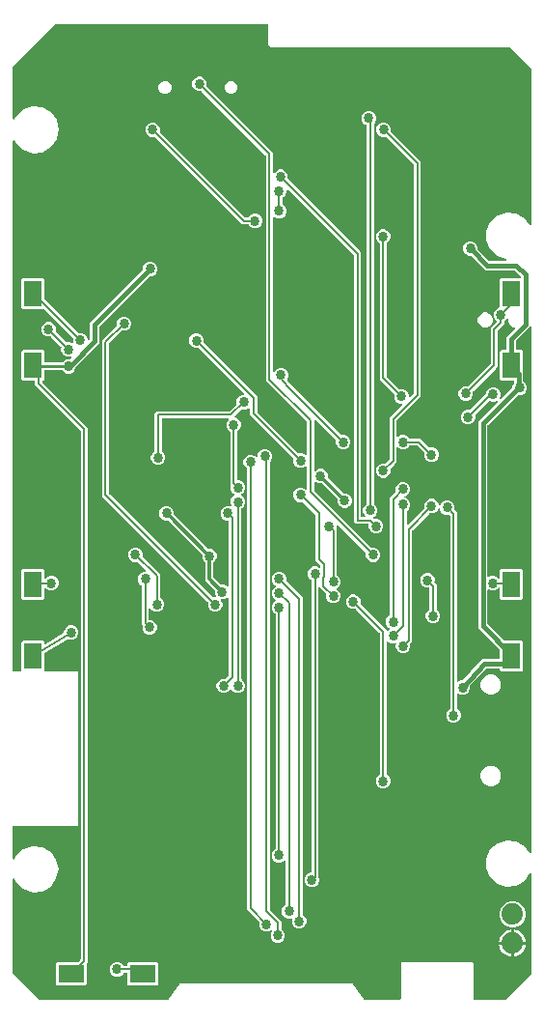
<source format=gbr>
G04 EAGLE Gerber RS-274X export*
G75*
%MOMM*%
%FSLAX34Y34*%
%LPD*%
%INBottom Copper*%
%IPPOS*%
%AMOC8*
5,1,8,0,0,1.08239X$1,22.5*%
G01*
%ADD10R,2.300000X1.600000*%
%ADD11R,1.600000X2.300000*%
%ADD12C,1.879600*%
%ADD13C,0.858000*%
%ADD14C,0.203200*%
%ADD15C,0.304800*%
%ADD16C,0.406400*%
%ADD17C,0.254000*%

G36*
X139150Y2547D02*
X139150Y2547D01*
X139187Y2544D01*
X139271Y2567D01*
X139355Y2580D01*
X139389Y2598D01*
X139425Y2608D01*
X139497Y2655D01*
X139573Y2696D01*
X139599Y2723D01*
X139630Y2744D01*
X139740Y2871D01*
X148849Y16121D01*
X148859Y16141D01*
X148873Y16157D01*
X148911Y16252D01*
X148954Y16344D01*
X148957Y16365D01*
X148965Y16386D01*
X148967Y16405D01*
X149166Y16603D01*
X149183Y16627D01*
X149255Y16710D01*
X149421Y16953D01*
X149503Y16982D01*
X149520Y16996D01*
X149541Y17005D01*
X149556Y17017D01*
X149837Y17017D01*
X149866Y17021D01*
X149975Y17029D01*
X150265Y17083D01*
X150343Y17046D01*
X150365Y17043D01*
X150386Y17035D01*
X150552Y17017D01*
X299448Y17017D01*
X299469Y17020D01*
X299491Y17018D01*
X299590Y17040D01*
X299691Y17056D01*
X299710Y17067D01*
X299731Y17071D01*
X299748Y17081D01*
X300025Y17029D01*
X300054Y17029D01*
X300163Y17017D01*
X300457Y17017D01*
X300528Y16966D01*
X300549Y16959D01*
X300568Y16948D01*
X300586Y16942D01*
X300745Y16711D01*
X300766Y16689D01*
X300834Y16603D01*
X301042Y16395D01*
X301056Y16309D01*
X301067Y16290D01*
X301071Y16269D01*
X301151Y16121D01*
X310260Y2871D01*
X310286Y2843D01*
X310306Y2811D01*
X310371Y2755D01*
X310430Y2693D01*
X310464Y2676D01*
X310493Y2651D01*
X310572Y2619D01*
X310648Y2579D01*
X310686Y2573D01*
X310721Y2559D01*
X310888Y2541D01*
X342222Y2541D01*
X342242Y2544D01*
X342261Y2542D01*
X342363Y2564D01*
X342465Y2580D01*
X342482Y2590D01*
X342502Y2594D01*
X342591Y2647D01*
X342682Y2696D01*
X342696Y2710D01*
X342713Y2720D01*
X342780Y2799D01*
X342852Y2874D01*
X342860Y2892D01*
X342873Y2907D01*
X342912Y3003D01*
X342955Y3097D01*
X342957Y3117D01*
X342965Y3135D01*
X342983Y3302D01*
X342983Y34421D01*
X343579Y35017D01*
X406421Y35017D01*
X407017Y34421D01*
X407017Y3302D01*
X407020Y3282D01*
X407018Y3263D01*
X407040Y3161D01*
X407056Y3059D01*
X407066Y3042D01*
X407070Y3022D01*
X407123Y2933D01*
X407172Y2842D01*
X407186Y2828D01*
X407196Y2811D01*
X407275Y2744D01*
X407350Y2672D01*
X407368Y2664D01*
X407383Y2651D01*
X407479Y2612D01*
X407573Y2569D01*
X407593Y2567D01*
X407611Y2559D01*
X407778Y2541D01*
X434788Y2541D01*
X434878Y2555D01*
X434969Y2563D01*
X434998Y2575D01*
X435030Y2580D01*
X435111Y2623D01*
X435195Y2659D01*
X435227Y2685D01*
X435248Y2696D01*
X435270Y2719D01*
X435326Y2764D01*
X457236Y24674D01*
X457289Y24748D01*
X457349Y24818D01*
X457361Y24848D01*
X457380Y24874D01*
X457407Y24961D01*
X457441Y25046D01*
X457445Y25087D01*
X457452Y25109D01*
X457451Y25141D01*
X457459Y25212D01*
X457459Y112420D01*
X457458Y112428D01*
X457459Y112436D01*
X457438Y112549D01*
X457420Y112663D01*
X457416Y112670D01*
X457414Y112678D01*
X457358Y112779D01*
X457304Y112880D01*
X457299Y112886D01*
X457295Y112893D01*
X457210Y112970D01*
X457126Y113050D01*
X457119Y113053D01*
X457113Y113058D01*
X457008Y113104D01*
X456903Y113153D01*
X456895Y113154D01*
X456888Y113157D01*
X456773Y113168D01*
X456659Y113180D01*
X456651Y113179D01*
X456643Y113179D01*
X456531Y113153D01*
X456418Y113128D01*
X456411Y113124D01*
X456404Y113122D01*
X456306Y113061D01*
X456207Y113002D01*
X456202Y112996D01*
X456195Y112992D01*
X456082Y112868D01*
X451679Y106808D01*
X444317Y102557D01*
X435863Y101669D01*
X427778Y104296D01*
X421461Y109984D01*
X418003Y117750D01*
X418003Y126250D01*
X421461Y134016D01*
X427778Y139704D01*
X435863Y142331D01*
X444317Y141443D01*
X451679Y137192D01*
X456082Y131132D01*
X456088Y131127D01*
X456092Y131120D01*
X456175Y131040D01*
X456257Y130959D01*
X456264Y130956D01*
X456270Y130950D01*
X456375Y130902D01*
X456478Y130851D01*
X456486Y130850D01*
X456493Y130847D01*
X456607Y130834D01*
X456722Y130819D01*
X456730Y130820D01*
X456737Y130820D01*
X456850Y130844D01*
X456963Y130866D01*
X456970Y130870D01*
X456978Y130872D01*
X457076Y130931D01*
X457177Y130988D01*
X457182Y130994D01*
X457189Y130998D01*
X457264Y131086D01*
X457341Y131172D01*
X457344Y131179D01*
X457349Y131185D01*
X457392Y131292D01*
X457437Y131398D01*
X457438Y131406D01*
X457441Y131413D01*
X457459Y131580D01*
X457459Y591562D01*
X457448Y591633D01*
X457446Y591704D01*
X457428Y591753D01*
X457420Y591805D01*
X457386Y591868D01*
X457361Y591935D01*
X457329Y591976D01*
X457304Y592022D01*
X457252Y592071D01*
X457208Y592127D01*
X457164Y592155D01*
X457126Y592191D01*
X457061Y592221D01*
X457001Y592260D01*
X456950Y592273D01*
X456903Y592295D01*
X456832Y592303D01*
X456762Y592320D01*
X456710Y592316D01*
X456659Y592322D01*
X456588Y592307D01*
X456517Y592301D01*
X456469Y592281D01*
X456418Y592270D01*
X456357Y592233D01*
X456291Y592205D01*
X456235Y592160D01*
X456207Y592144D01*
X456192Y592126D01*
X456160Y592100D01*
X453924Y589864D01*
X444306Y580246D01*
X444253Y580172D01*
X444193Y580103D01*
X444181Y580072D01*
X444162Y580046D01*
X444135Y579959D01*
X444101Y579874D01*
X444097Y579834D01*
X444090Y579811D01*
X444091Y579779D01*
X444083Y579708D01*
X444083Y572812D01*
X444086Y572792D01*
X444084Y572773D01*
X444106Y572671D01*
X444122Y572569D01*
X444132Y572552D01*
X444136Y572532D01*
X444189Y572443D01*
X444238Y572352D01*
X444252Y572338D01*
X444262Y572321D01*
X444341Y572254D01*
X444416Y572182D01*
X444434Y572174D01*
X444449Y572161D01*
X444545Y572122D01*
X444639Y572079D01*
X444659Y572077D01*
X444677Y572069D01*
X444844Y572051D01*
X448849Y572051D01*
X450051Y570849D01*
X450051Y553538D01*
X450065Y553448D01*
X450073Y553357D01*
X450085Y553328D01*
X450090Y553296D01*
X450133Y553215D01*
X450169Y553131D01*
X450195Y553099D01*
X450206Y553078D01*
X450229Y553056D01*
X450274Y553000D01*
X450333Y552941D01*
X450333Y544948D01*
X450351Y544834D01*
X450369Y544717D01*
X450371Y544712D01*
X450372Y544706D01*
X450427Y544603D01*
X450480Y544498D01*
X450485Y544494D01*
X450488Y544488D01*
X450572Y544408D01*
X450656Y544326D01*
X450662Y544322D01*
X450666Y544319D01*
X450683Y544311D01*
X450803Y544245D01*
X451092Y544125D01*
X452875Y542342D01*
X453841Y540011D01*
X453841Y537489D01*
X452875Y535158D01*
X451092Y533375D01*
X448761Y532409D01*
X446181Y532409D01*
X446089Y532433D01*
X446083Y532432D01*
X446077Y532434D01*
X445959Y532422D01*
X445843Y532413D01*
X445838Y532411D01*
X445832Y532411D01*
X445724Y532362D01*
X445617Y532317D01*
X445612Y532313D01*
X445607Y532311D01*
X445593Y532298D01*
X445486Y532212D01*
X419306Y506032D01*
X419253Y505958D01*
X419193Y505888D01*
X419181Y505858D01*
X419162Y505832D01*
X419135Y505745D01*
X419101Y505660D01*
X419097Y505619D01*
X419090Y505597D01*
X419091Y505565D01*
X419083Y505494D01*
X419083Y373569D01*
X419090Y373524D01*
X419088Y373478D01*
X419110Y373403D01*
X419122Y373326D01*
X419144Y373286D01*
X419157Y373242D01*
X419201Y373178D01*
X419238Y373109D01*
X419271Y373077D01*
X419297Y373040D01*
X419359Y372993D01*
X419416Y372940D01*
X419458Y372920D01*
X419494Y372893D01*
X419568Y372869D01*
X419639Y372836D01*
X419685Y372831D01*
X419728Y372817D01*
X419806Y372818D01*
X419883Y372809D01*
X419928Y372819D01*
X419974Y372819D01*
X420106Y372857D01*
X420124Y372861D01*
X420128Y372864D01*
X420135Y372866D01*
X422489Y373841D01*
X425011Y373841D01*
X427342Y372875D01*
X428650Y371567D01*
X428708Y371526D01*
X428760Y371476D01*
X428807Y371454D01*
X428849Y371424D01*
X428918Y371403D01*
X428983Y371373D01*
X429035Y371367D01*
X429085Y371351D01*
X429156Y371353D01*
X429227Y371345D01*
X429278Y371357D01*
X429330Y371358D01*
X429398Y371382D01*
X429468Y371398D01*
X429513Y371424D01*
X429561Y371442D01*
X429617Y371487D01*
X429679Y371524D01*
X429713Y371563D01*
X429753Y371596D01*
X429792Y371656D01*
X429839Y371711D01*
X429858Y371759D01*
X429886Y371803D01*
X429904Y371872D01*
X429931Y371939D01*
X429939Y372010D01*
X429947Y372041D01*
X429945Y372065D01*
X429949Y372106D01*
X429949Y378849D01*
X431151Y380051D01*
X448849Y380051D01*
X450051Y378849D01*
X450051Y354151D01*
X448849Y352949D01*
X431151Y352949D01*
X429949Y354151D01*
X429949Y362894D01*
X429938Y362965D01*
X429936Y363037D01*
X429918Y363086D01*
X429910Y363137D01*
X429876Y363200D01*
X429851Y363268D01*
X429819Y363308D01*
X429794Y363354D01*
X429742Y363404D01*
X429698Y363460D01*
X429654Y363488D01*
X429616Y363524D01*
X429551Y363554D01*
X429491Y363593D01*
X429440Y363606D01*
X429393Y363627D01*
X429322Y363635D01*
X429252Y363653D01*
X429200Y363649D01*
X429149Y363655D01*
X429078Y363639D01*
X429007Y363634D01*
X428959Y363613D01*
X428908Y363602D01*
X428847Y363565D01*
X428781Y363537D01*
X428725Y363493D01*
X428697Y363476D01*
X428682Y363458D01*
X428650Y363433D01*
X427342Y362125D01*
X425011Y361159D01*
X422489Y361159D01*
X420135Y362134D01*
X420091Y362145D01*
X420049Y362164D01*
X419972Y362173D01*
X419896Y362190D01*
X419850Y362186D01*
X419805Y362191D01*
X419728Y362175D01*
X419651Y362167D01*
X419609Y362149D01*
X419564Y362139D01*
X419497Y362099D01*
X419426Y362067D01*
X419392Y362036D01*
X419353Y362013D01*
X419302Y361954D01*
X419245Y361901D01*
X419223Y361861D01*
X419193Y361826D01*
X419164Y361753D01*
X419127Y361685D01*
X419118Y361640D01*
X419101Y361598D01*
X419086Y361462D01*
X419083Y361443D01*
X419084Y361438D01*
X419083Y361431D01*
X419083Y332006D01*
X419097Y331916D01*
X419105Y331825D01*
X419117Y331796D01*
X419122Y331764D01*
X419165Y331683D01*
X419201Y331599D01*
X419227Y331567D01*
X419238Y331546D01*
X419261Y331524D01*
X419306Y331468D01*
X433500Y317274D01*
X433574Y317221D01*
X433644Y317161D01*
X433674Y317149D01*
X433700Y317130D01*
X433787Y317103D01*
X433872Y317069D01*
X433913Y317065D01*
X433935Y317058D01*
X433967Y317059D01*
X434038Y317051D01*
X448849Y317051D01*
X450051Y315849D01*
X450051Y291151D01*
X448849Y289949D01*
X431151Y289949D01*
X429949Y291151D01*
X429949Y292156D01*
X429946Y292176D01*
X429948Y292195D01*
X429926Y292297D01*
X429910Y292399D01*
X429900Y292416D01*
X429896Y292436D01*
X429843Y292525D01*
X429794Y292616D01*
X429780Y292630D01*
X429770Y292647D01*
X429691Y292714D01*
X429616Y292786D01*
X429598Y292794D01*
X429583Y292807D01*
X429487Y292846D01*
X429393Y292889D01*
X429373Y292891D01*
X429355Y292899D01*
X429188Y292917D01*
X418631Y292917D01*
X418525Y292900D01*
X418418Y292887D01*
X418404Y292880D01*
X418388Y292878D01*
X418293Y292827D01*
X418196Y292781D01*
X418181Y292768D01*
X418171Y292762D01*
X418150Y292741D01*
X418070Y292670D01*
X403791Y277093D01*
X403761Y277049D01*
X403733Y277019D01*
X403726Y277003D01*
X403701Y276974D01*
X403683Y276928D01*
X403656Y276888D01*
X403637Y276815D01*
X403609Y276746D01*
X403602Y276680D01*
X403594Y276650D01*
X403596Y276624D01*
X403591Y276579D01*
X403591Y274739D01*
X402625Y272408D01*
X400842Y270625D01*
X398511Y269659D01*
X395989Y269659D01*
X393658Y270625D01*
X393616Y270667D01*
X393558Y270708D01*
X393506Y270758D01*
X393459Y270780D01*
X393417Y270810D01*
X393348Y270831D01*
X393283Y270861D01*
X393231Y270867D01*
X393182Y270883D01*
X393110Y270881D01*
X393039Y270889D01*
X392988Y270877D01*
X392936Y270876D01*
X392868Y270852D01*
X392798Y270836D01*
X392753Y270810D01*
X392705Y270792D01*
X392649Y270747D01*
X392587Y270710D01*
X392553Y270671D01*
X392513Y270638D01*
X392474Y270578D01*
X392427Y270523D01*
X392408Y270475D01*
X392380Y270431D01*
X392362Y270362D01*
X392335Y270295D01*
X392327Y270224D01*
X392319Y270193D01*
X392321Y270169D01*
X392317Y270128D01*
X392317Y257602D01*
X392335Y257487D01*
X392353Y257371D01*
X392355Y257365D01*
X392356Y257359D01*
X392411Y257256D01*
X392464Y257151D01*
X392469Y257147D01*
X392472Y257141D01*
X392556Y257061D01*
X392640Y256979D01*
X392646Y256975D01*
X392650Y256972D01*
X392667Y256964D01*
X392787Y256898D01*
X392842Y256875D01*
X394625Y255092D01*
X395591Y252761D01*
X395591Y250239D01*
X394625Y247908D01*
X392842Y246125D01*
X390511Y245159D01*
X387989Y245159D01*
X385658Y246125D01*
X383875Y247908D01*
X382909Y250239D01*
X382909Y252761D01*
X383875Y255092D01*
X385658Y256875D01*
X385713Y256898D01*
X385812Y256960D01*
X385913Y257020D01*
X385917Y257024D01*
X385922Y257028D01*
X385996Y257117D01*
X386073Y257207D01*
X386075Y257213D01*
X386079Y257217D01*
X386121Y257325D01*
X386165Y257435D01*
X386166Y257442D01*
X386167Y257447D01*
X386168Y257465D01*
X386183Y257602D01*
X386183Y426664D01*
X386169Y426754D01*
X386161Y426845D01*
X386149Y426875D01*
X386144Y426907D01*
X386101Y426988D01*
X386065Y427072D01*
X386039Y427104D01*
X386028Y427125D01*
X386005Y427147D01*
X385960Y427203D01*
X385896Y427267D01*
X385801Y427335D01*
X385707Y427405D01*
X385701Y427407D01*
X385696Y427411D01*
X385584Y427445D01*
X385473Y427481D01*
X385467Y427481D01*
X385461Y427483D01*
X385345Y427480D01*
X385227Y427479D01*
X385220Y427477D01*
X385215Y427477D01*
X385198Y427470D01*
X385066Y427432D01*
X385011Y427409D01*
X382489Y427409D01*
X380158Y428375D01*
X378375Y430158D01*
X377409Y432489D01*
X377409Y432491D01*
X377394Y432587D01*
X377384Y432684D01*
X377374Y432708D01*
X377370Y432734D01*
X377324Y432820D01*
X377284Y432909D01*
X377267Y432928D01*
X377254Y432952D01*
X377184Y433019D01*
X377118Y433090D01*
X377095Y433103D01*
X377076Y433121D01*
X376988Y433162D01*
X376902Y433209D01*
X376877Y433214D01*
X376853Y433225D01*
X376756Y433235D01*
X376660Y433253D01*
X376634Y433249D01*
X376609Y433252D01*
X376513Y433231D01*
X376417Y433217D01*
X376394Y433205D01*
X376368Y433199D01*
X376285Y433149D01*
X376198Y433105D01*
X376179Y433087D01*
X376157Y433073D01*
X376094Y432999D01*
X376026Y432930D01*
X376010Y432901D01*
X375997Y432886D01*
X375985Y432856D01*
X375945Y432783D01*
X375375Y431408D01*
X373592Y429625D01*
X371261Y428659D01*
X368739Y428659D01*
X368684Y428682D01*
X368570Y428709D01*
X368457Y428737D01*
X368450Y428737D01*
X368444Y428738D01*
X368328Y428727D01*
X368211Y428718D01*
X368206Y428716D01*
X368199Y428715D01*
X368092Y428667D01*
X367985Y428622D01*
X367979Y428617D01*
X367975Y428615D01*
X367961Y428602D01*
X367854Y428517D01*
X353290Y413953D01*
X353237Y413879D01*
X353177Y413809D01*
X353165Y413779D01*
X353146Y413753D01*
X353119Y413666D01*
X353085Y413581D01*
X353081Y413540D01*
X353074Y413518D01*
X353075Y413486D01*
X353067Y413414D01*
X353067Y316230D01*
X351483Y314646D01*
X351415Y314552D01*
X351345Y314457D01*
X351343Y314451D01*
X351339Y314446D01*
X351305Y314334D01*
X351269Y314223D01*
X351269Y314217D01*
X351267Y314211D01*
X351270Y314094D01*
X351271Y313977D01*
X351273Y313970D01*
X351273Y313965D01*
X351280Y313948D01*
X351318Y313816D01*
X351341Y313761D01*
X351341Y311239D01*
X350375Y308908D01*
X348592Y307125D01*
X346261Y306159D01*
X343739Y306159D01*
X341408Y307125D01*
X339625Y308908D01*
X338659Y311239D01*
X338659Y313761D01*
X338768Y314023D01*
X338784Y314093D01*
X338810Y314160D01*
X338812Y314212D01*
X338824Y314263D01*
X338817Y314334D01*
X338820Y314406D01*
X338806Y314456D01*
X338801Y314507D01*
X338772Y314573D01*
X338752Y314642D01*
X338722Y314685D01*
X338701Y314732D01*
X338652Y314785D01*
X338611Y314844D01*
X338570Y314875D01*
X338534Y314913D01*
X338472Y314948D01*
X338414Y314991D01*
X338365Y315007D01*
X338319Y315032D01*
X338248Y315045D01*
X338180Y315067D01*
X338128Y315066D01*
X338077Y315076D01*
X338006Y315065D01*
X337934Y315064D01*
X337865Y315045D01*
X337834Y315040D01*
X337813Y315029D01*
X337773Y315018D01*
X337511Y314909D01*
X334989Y314909D01*
X332658Y315875D01*
X331866Y316667D01*
X331808Y316708D01*
X331756Y316758D01*
X331709Y316780D01*
X331667Y316810D01*
X331598Y316831D01*
X331533Y316861D01*
X331481Y316867D01*
X331431Y316883D01*
X331360Y316881D01*
X331289Y316889D01*
X331238Y316877D01*
X331186Y316876D01*
X331118Y316852D01*
X331048Y316836D01*
X331003Y316810D01*
X330955Y316792D01*
X330899Y316747D01*
X330837Y316710D01*
X330803Y316671D01*
X330763Y316638D01*
X330724Y316578D01*
X330677Y316523D01*
X330658Y316475D01*
X330630Y316431D01*
X330612Y316362D01*
X330585Y316295D01*
X330577Y316224D01*
X330569Y316193D01*
X330571Y316169D01*
X330567Y316128D01*
X330567Y200102D01*
X330585Y199987D01*
X330603Y199871D01*
X330605Y199865D01*
X330606Y199859D01*
X330661Y199756D01*
X330714Y199651D01*
X330719Y199647D01*
X330722Y199641D01*
X330806Y199561D01*
X330890Y199479D01*
X330896Y199475D01*
X330900Y199472D01*
X330917Y199464D01*
X331037Y199398D01*
X331092Y199375D01*
X332875Y197592D01*
X333841Y195261D01*
X333841Y192739D01*
X332875Y190408D01*
X331092Y188625D01*
X328761Y187659D01*
X326239Y187659D01*
X323908Y188625D01*
X322125Y190408D01*
X321159Y192739D01*
X321159Y195261D01*
X322125Y197592D01*
X323908Y199375D01*
X323963Y199398D01*
X324062Y199460D01*
X324163Y199520D01*
X324167Y199524D01*
X324172Y199528D01*
X324246Y199617D01*
X324323Y199707D01*
X324325Y199713D01*
X324329Y199717D01*
X324371Y199825D01*
X324415Y199935D01*
X324416Y199942D01*
X324417Y199947D01*
X324418Y199965D01*
X324433Y200102D01*
X324433Y323414D01*
X324419Y323504D01*
X324411Y323595D01*
X324399Y323625D01*
X324394Y323657D01*
X324351Y323738D01*
X324315Y323822D01*
X324289Y323854D01*
X324278Y323875D01*
X324255Y323897D01*
X324210Y323953D01*
X303396Y344767D01*
X303302Y344835D01*
X303207Y344905D01*
X303201Y344907D01*
X303196Y344911D01*
X303085Y344945D01*
X302973Y344981D01*
X302967Y344981D01*
X302961Y344983D01*
X302844Y344980D01*
X302727Y344979D01*
X302720Y344977D01*
X302715Y344977D01*
X302698Y344970D01*
X302566Y344932D01*
X302511Y344909D01*
X299989Y344909D01*
X297658Y345875D01*
X295875Y347658D01*
X294909Y349989D01*
X294909Y352511D01*
X295875Y354842D01*
X297658Y356625D01*
X299989Y357591D01*
X302511Y357591D01*
X304842Y356625D01*
X306625Y354842D01*
X307591Y352511D01*
X307591Y349989D01*
X307568Y349934D01*
X307559Y349895D01*
X307550Y349876D01*
X307546Y349840D01*
X307541Y349819D01*
X307513Y349707D01*
X307513Y349700D01*
X307512Y349694D01*
X307523Y349578D01*
X307532Y349461D01*
X307534Y349456D01*
X307535Y349449D01*
X307583Y349342D01*
X307628Y349235D01*
X307633Y349229D01*
X307635Y349225D01*
X307648Y349211D01*
X307733Y349104D01*
X328547Y328290D01*
X330579Y326258D01*
X330580Y326229D01*
X330598Y326180D01*
X330606Y326129D01*
X330640Y326066D01*
X330665Y325998D01*
X330697Y325958D01*
X330722Y325912D01*
X330774Y325862D01*
X330818Y325806D01*
X330862Y325778D01*
X330900Y325742D01*
X330965Y325712D01*
X331025Y325673D01*
X331076Y325660D01*
X331123Y325639D01*
X331194Y325631D01*
X331264Y325613D01*
X331316Y325617D01*
X331367Y325611D01*
X331438Y325627D01*
X331509Y325632D01*
X331557Y325653D01*
X331608Y325664D01*
X331669Y325701D01*
X331735Y325729D01*
X331791Y325773D01*
X331819Y325790D01*
X331834Y325808D01*
X331866Y325833D01*
X332658Y326625D01*
X333072Y326797D01*
X333133Y326834D01*
X333198Y326864D01*
X333237Y326899D01*
X333281Y326926D01*
X333327Y326982D01*
X333379Y327030D01*
X333404Y327076D01*
X333438Y327116D01*
X333463Y327183D01*
X333498Y327246D01*
X333507Y327297D01*
X333526Y327345D01*
X333529Y327417D01*
X333542Y327488D01*
X333534Y327539D01*
X333536Y327591D01*
X333516Y327660D01*
X333506Y327731D01*
X333482Y327777D01*
X333468Y327827D01*
X333427Y327886D01*
X333394Y327950D01*
X333357Y327987D01*
X333328Y328029D01*
X333270Y328072D01*
X333219Y328122D01*
X333156Y328157D01*
X333130Y328176D01*
X333108Y328183D01*
X333072Y328203D01*
X332658Y328375D01*
X330875Y330158D01*
X329909Y332489D01*
X329909Y335011D01*
X330875Y337342D01*
X332658Y339125D01*
X332713Y339148D01*
X332812Y339210D01*
X332913Y339270D01*
X332917Y339274D01*
X332922Y339278D01*
X332996Y339367D01*
X333073Y339457D01*
X333075Y339463D01*
X333079Y339467D01*
X333121Y339575D01*
X333165Y339685D01*
X333166Y339692D01*
X333167Y339697D01*
X333168Y339715D01*
X333183Y339852D01*
X333183Y442520D01*
X335203Y444540D01*
X338517Y447854D01*
X338585Y447948D01*
X338655Y448043D01*
X338657Y448049D01*
X338661Y448054D01*
X338695Y448166D01*
X338731Y448277D01*
X338731Y448283D01*
X338733Y448289D01*
X338730Y448406D01*
X338729Y448523D01*
X338727Y448530D01*
X338727Y448535D01*
X338720Y448552D01*
X338682Y448684D01*
X338659Y448739D01*
X338659Y451261D01*
X339625Y453592D01*
X341408Y455375D01*
X343739Y456341D01*
X346261Y456341D01*
X348592Y455375D01*
X350375Y453592D01*
X351341Y451261D01*
X351341Y448739D01*
X350375Y446408D01*
X348592Y444625D01*
X346669Y443828D01*
X346608Y443790D01*
X346543Y443761D01*
X346505Y443726D01*
X346460Y443699D01*
X346415Y443643D01*
X346362Y443595D01*
X346337Y443549D01*
X346303Y443509D01*
X346278Y443442D01*
X346243Y443379D01*
X346234Y443328D01*
X346215Y443280D01*
X346212Y443208D01*
X346199Y443137D01*
X346207Y443086D01*
X346205Y443034D01*
X346225Y442965D01*
X346235Y442894D01*
X346259Y442848D01*
X346273Y442798D01*
X346314Y442739D01*
X346347Y442675D01*
X346384Y442638D01*
X346414Y442596D01*
X346471Y442553D01*
X346522Y442503D01*
X346585Y442468D01*
X346611Y442449D01*
X346633Y442442D01*
X346669Y442422D01*
X348592Y441625D01*
X350375Y439842D01*
X351341Y437511D01*
X351341Y434989D01*
X350375Y432658D01*
X348592Y430875D01*
X348537Y430852D01*
X348438Y430790D01*
X348337Y430730D01*
X348333Y430726D01*
X348328Y430722D01*
X348254Y430633D01*
X348177Y430543D01*
X348175Y430537D01*
X348171Y430533D01*
X348129Y430425D01*
X348085Y430315D01*
X348084Y430308D01*
X348083Y430303D01*
X348082Y430285D01*
X348067Y430148D01*
X348067Y419242D01*
X348078Y419171D01*
X348080Y419099D01*
X348098Y419050D01*
X348106Y418999D01*
X348140Y418936D01*
X348165Y418868D01*
X348197Y418827D01*
X348222Y418781D01*
X348273Y418732D01*
X348318Y418676D01*
X348362Y418648D01*
X348400Y418612D01*
X348465Y418582D01*
X348525Y418543D01*
X348576Y418530D01*
X348623Y418508D01*
X348694Y418501D01*
X348764Y418483D01*
X348816Y418487D01*
X348867Y418481D01*
X348938Y418497D01*
X349009Y418502D01*
X349057Y418522D01*
X349108Y418534D01*
X349169Y418570D01*
X349235Y418598D01*
X349291Y418643D01*
X349319Y418660D01*
X349334Y418678D01*
X349366Y418703D01*
X363517Y432854D01*
X363585Y432948D01*
X363655Y433043D01*
X363657Y433049D01*
X363661Y433054D01*
X363695Y433165D01*
X363731Y433277D01*
X363731Y433283D01*
X363733Y433289D01*
X363730Y433405D01*
X363730Y433424D01*
X363732Y433448D01*
X363729Y433462D01*
X363729Y433523D01*
X363727Y433530D01*
X363727Y433535D01*
X363720Y433552D01*
X363682Y433684D01*
X363659Y433739D01*
X363659Y436261D01*
X364625Y438592D01*
X366408Y440375D01*
X368739Y441341D01*
X371261Y441341D01*
X373592Y440375D01*
X375375Y438592D01*
X376341Y436261D01*
X376341Y436259D01*
X376356Y436163D01*
X376366Y436066D01*
X376376Y436042D01*
X376380Y436016D01*
X376426Y435930D01*
X376466Y435841D01*
X376483Y435822D01*
X376496Y435798D01*
X376566Y435731D01*
X376632Y435660D01*
X376655Y435647D01*
X376674Y435629D01*
X376762Y435588D01*
X376848Y435541D01*
X376873Y435536D01*
X376897Y435525D01*
X376994Y435515D01*
X377090Y435497D01*
X377116Y435501D01*
X377141Y435498D01*
X377237Y435519D01*
X377333Y435533D01*
X377356Y435545D01*
X377382Y435551D01*
X377465Y435601D01*
X377552Y435645D01*
X377571Y435663D01*
X377593Y435677D01*
X377656Y435751D01*
X377724Y435820D01*
X377740Y435849D01*
X377753Y435864D01*
X377765Y435894D01*
X377805Y435967D01*
X378375Y437342D01*
X380158Y439125D01*
X382489Y440091D01*
X385011Y440091D01*
X387342Y439125D01*
X389125Y437342D01*
X390091Y435011D01*
X390091Y432489D01*
X390068Y432434D01*
X390041Y432320D01*
X390013Y432206D01*
X390013Y432200D01*
X390012Y432194D01*
X390023Y432079D01*
X390032Y431961D01*
X390034Y431955D01*
X390035Y431949D01*
X390083Y431842D01*
X390128Y431735D01*
X390133Y431729D01*
X390135Y431725D01*
X390147Y431711D01*
X390233Y431604D01*
X390297Y431540D01*
X392317Y429520D01*
X392317Y281872D01*
X392328Y281801D01*
X392330Y281729D01*
X392348Y281680D01*
X392356Y281629D01*
X392390Y281566D01*
X392415Y281498D01*
X392447Y281458D01*
X392472Y281412D01*
X392524Y281362D01*
X392568Y281306D01*
X392612Y281278D01*
X392650Y281242D01*
X392715Y281212D01*
X392775Y281173D01*
X392826Y281160D01*
X392873Y281139D01*
X392944Y281131D01*
X393014Y281113D01*
X393066Y281117D01*
X393117Y281111D01*
X393188Y281127D01*
X393259Y281132D01*
X393307Y281153D01*
X393358Y281164D01*
X393419Y281201D01*
X393485Y281229D01*
X393541Y281273D01*
X393569Y281290D01*
X393584Y281308D01*
X393616Y281333D01*
X393658Y281375D01*
X395989Y282341D01*
X397189Y282341D01*
X397295Y282358D01*
X397402Y282371D01*
X397416Y282378D01*
X397432Y282380D01*
X397526Y282431D01*
X397624Y282477D01*
X397638Y282490D01*
X397649Y282496D01*
X397670Y282517D01*
X397750Y282588D01*
X412217Y298370D01*
X412258Y298432D01*
X412307Y298489D01*
X412325Y298535D01*
X412352Y298576D01*
X412370Y298643D01*
X413539Y299813D01*
X413546Y299823D01*
X413562Y299836D01*
X414669Y301045D01*
X414681Y301047D01*
X414741Y301083D01*
X416395Y301083D01*
X416407Y301085D01*
X416428Y301083D01*
X418066Y301155D01*
X418076Y301148D01*
X418148Y301129D01*
X418218Y301101D01*
X418283Y301094D01*
X418314Y301086D01*
X418339Y301088D01*
X418384Y301083D01*
X429188Y301083D01*
X429208Y301086D01*
X429227Y301084D01*
X429329Y301106D01*
X429431Y301122D01*
X429448Y301132D01*
X429468Y301136D01*
X429557Y301189D01*
X429648Y301238D01*
X429662Y301252D01*
X429679Y301262D01*
X429746Y301341D01*
X429818Y301416D01*
X429826Y301434D01*
X429839Y301449D01*
X429878Y301545D01*
X429921Y301639D01*
X429923Y301659D01*
X429931Y301677D01*
X429949Y301844D01*
X429949Y308962D01*
X429935Y309052D01*
X429927Y309143D01*
X429915Y309172D01*
X429910Y309204D01*
X429867Y309285D01*
X429831Y309369D01*
X429805Y309401D01*
X429794Y309422D01*
X429771Y309444D01*
X429726Y309500D01*
X410917Y328309D01*
X410917Y509191D01*
X413532Y511806D01*
X427888Y526162D01*
X427945Y526241D01*
X428007Y526316D01*
X428017Y526341D01*
X428032Y526362D01*
X428061Y526455D01*
X428096Y526546D01*
X428097Y526572D01*
X428104Y526597D01*
X428102Y526694D01*
X428106Y526792D01*
X428099Y526817D01*
X428098Y526843D01*
X428064Y526935D01*
X428037Y527028D01*
X428023Y527049D01*
X428014Y527074D01*
X427953Y527150D01*
X427897Y527230D01*
X427876Y527246D01*
X427860Y527266D01*
X427778Y527319D01*
X427700Y527377D01*
X427675Y527385D01*
X427653Y527399D01*
X427559Y527423D01*
X427466Y527453D01*
X427440Y527453D01*
X427414Y527459D01*
X427317Y527452D01*
X427220Y527451D01*
X427188Y527441D01*
X427169Y527440D01*
X427139Y527427D01*
X427059Y527404D01*
X425261Y526659D01*
X422739Y526659D01*
X421269Y527268D01*
X421156Y527295D01*
X421042Y527323D01*
X421036Y527323D01*
X421030Y527324D01*
X420913Y527313D01*
X420797Y527304D01*
X420791Y527302D01*
X420785Y527301D01*
X420678Y527253D01*
X420571Y527208D01*
X420565Y527203D01*
X420560Y527201D01*
X420547Y527188D01*
X420440Y527103D01*
X408483Y515146D01*
X408415Y515052D01*
X408345Y514957D01*
X408343Y514951D01*
X408339Y514946D01*
X408305Y514835D01*
X408269Y514723D01*
X408269Y514717D01*
X408267Y514711D01*
X408270Y514594D01*
X408271Y514477D01*
X408273Y514470D01*
X408273Y514465D01*
X408280Y514448D01*
X408318Y514316D01*
X408341Y514261D01*
X408341Y511739D01*
X407375Y509408D01*
X405592Y507625D01*
X403261Y506659D01*
X400739Y506659D01*
X398408Y507625D01*
X396625Y509408D01*
X395659Y511739D01*
X395659Y514261D01*
X396625Y516592D01*
X398408Y518375D01*
X400739Y519341D01*
X403261Y519341D01*
X403316Y519318D01*
X403430Y519291D01*
X403543Y519263D01*
X403550Y519263D01*
X403556Y519262D01*
X403672Y519273D01*
X403789Y519282D01*
X403794Y519284D01*
X403801Y519285D01*
X403908Y519333D01*
X404015Y519378D01*
X404021Y519383D01*
X404025Y519385D01*
X404039Y519398D01*
X404146Y519483D01*
X417436Y532773D01*
X417489Y532847D01*
X417549Y532917D01*
X417561Y532947D01*
X417580Y532973D01*
X417607Y533060D01*
X417641Y533145D01*
X417645Y533186D01*
X417652Y533208D01*
X417651Y533240D01*
X417659Y533312D01*
X417659Y534261D01*
X418625Y536592D01*
X420408Y538375D01*
X422739Y539341D01*
X425261Y539341D01*
X427592Y538375D01*
X429375Y536592D01*
X430341Y534261D01*
X430341Y531739D01*
X429596Y529941D01*
X429574Y529846D01*
X429545Y529753D01*
X429546Y529727D01*
X429540Y529702D01*
X429549Y529605D01*
X429552Y529507D01*
X429561Y529483D01*
X429563Y529457D01*
X429603Y529368D01*
X429636Y529276D01*
X429652Y529256D01*
X429663Y529232D01*
X429729Y529160D01*
X429790Y529084D01*
X429812Y529070D01*
X429829Y529051D01*
X429915Y529004D01*
X429997Y528951D01*
X430022Y528945D01*
X430045Y528932D01*
X430141Y528915D01*
X430235Y528891D01*
X430261Y528893D01*
X430287Y528889D01*
X430384Y528903D01*
X430480Y528910D01*
X430504Y528921D01*
X430530Y528924D01*
X430617Y528969D01*
X430707Y529007D01*
X430732Y529027D01*
X430750Y529036D01*
X430773Y529060D01*
X430838Y529112D01*
X440936Y539210D01*
X440989Y539284D01*
X441049Y539354D01*
X441061Y539384D01*
X441080Y539410D01*
X441107Y539497D01*
X441141Y539582D01*
X441145Y539623D01*
X441152Y539645D01*
X441151Y539677D01*
X441159Y539748D01*
X441159Y540011D01*
X442109Y542305D01*
X442124Y542369D01*
X442149Y542429D01*
X442158Y542512D01*
X442165Y542544D01*
X442164Y542564D01*
X442167Y542596D01*
X442167Y544188D01*
X442164Y544208D01*
X442166Y544227D01*
X442144Y544329D01*
X442128Y544431D01*
X442118Y544448D01*
X442114Y544468D01*
X442061Y544557D01*
X442012Y544648D01*
X441998Y544662D01*
X441988Y544679D01*
X441909Y544746D01*
X441834Y544818D01*
X441816Y544826D01*
X441801Y544839D01*
X441705Y544878D01*
X441611Y544921D01*
X441591Y544923D01*
X441573Y544931D01*
X441406Y544949D01*
X431151Y544949D01*
X429949Y546151D01*
X429949Y570849D01*
X431151Y572051D01*
X435156Y572051D01*
X435176Y572054D01*
X435195Y572052D01*
X435297Y572074D01*
X435399Y572090D01*
X435416Y572100D01*
X435436Y572104D01*
X435525Y572157D01*
X435616Y572206D01*
X435630Y572220D01*
X435647Y572230D01*
X435714Y572309D01*
X435786Y572384D01*
X435794Y572402D01*
X435807Y572417D01*
X435846Y572513D01*
X435889Y572607D01*
X435891Y572627D01*
X435899Y572645D01*
X435917Y572812D01*
X435917Y583405D01*
X442976Y590464D01*
X443003Y590501D01*
X443036Y590532D01*
X443050Y590557D01*
X443052Y590559D01*
X443056Y590568D01*
X443074Y590600D01*
X443119Y590664D01*
X443133Y590707D01*
X443155Y590748D01*
X443169Y590824D01*
X443192Y590899D01*
X443191Y590945D01*
X443199Y590990D01*
X443187Y591067D01*
X443185Y591145D01*
X443170Y591188D01*
X443163Y591233D01*
X443128Y591302D01*
X443101Y591376D01*
X443072Y591411D01*
X443051Y591452D01*
X442996Y591507D01*
X442947Y591568D01*
X442909Y591592D01*
X442876Y591625D01*
X442756Y591691D01*
X442740Y591701D01*
X442735Y591702D01*
X442729Y591705D01*
X440195Y592755D01*
X438355Y594595D01*
X437359Y596999D01*
X437359Y598354D01*
X437348Y598425D01*
X437346Y598497D01*
X437328Y598546D01*
X437320Y598597D01*
X437286Y598660D01*
X437261Y598728D01*
X437229Y598768D01*
X437204Y598814D01*
X437152Y598864D01*
X437108Y598920D01*
X437064Y598948D01*
X437026Y598984D01*
X436961Y599014D01*
X436901Y599053D01*
X436850Y599066D01*
X436803Y599087D01*
X436732Y599095D01*
X436662Y599113D01*
X436610Y599109D01*
X436559Y599115D01*
X436488Y599099D01*
X436417Y599094D01*
X436369Y599073D01*
X436318Y599062D01*
X436257Y599025D01*
X436191Y598997D01*
X436135Y598953D01*
X436107Y598936D01*
X436092Y598918D01*
X436060Y598893D01*
X434492Y597325D01*
X434437Y597302D01*
X434338Y597240D01*
X434237Y597180D01*
X434233Y597176D01*
X434228Y597172D01*
X434154Y597083D01*
X434077Y596993D01*
X434075Y596987D01*
X434071Y596983D01*
X434029Y596875D01*
X433985Y596765D01*
X433984Y596758D01*
X433983Y596753D01*
X433982Y596735D01*
X433967Y596598D01*
X433967Y594630D01*
X428290Y588953D01*
X428237Y588879D01*
X428177Y588809D01*
X428165Y588779D01*
X428146Y588753D01*
X428119Y588666D01*
X428085Y588581D01*
X428081Y588540D01*
X428074Y588518D01*
X428075Y588486D01*
X428067Y588414D01*
X428067Y557480D01*
X426047Y555460D01*
X406483Y535896D01*
X406415Y535802D01*
X406345Y535707D01*
X406343Y535701D01*
X406339Y535696D01*
X406305Y535585D01*
X406269Y535473D01*
X406269Y535467D01*
X406267Y535461D01*
X406270Y535344D01*
X406271Y535227D01*
X406273Y535220D01*
X406273Y535215D01*
X406280Y535198D01*
X406318Y535066D01*
X406341Y535011D01*
X406341Y532489D01*
X405375Y530158D01*
X403592Y528375D01*
X401261Y527409D01*
X398739Y527409D01*
X396408Y528375D01*
X394625Y530158D01*
X393659Y532489D01*
X393659Y535011D01*
X394625Y537342D01*
X396408Y539125D01*
X398739Y540091D01*
X401261Y540091D01*
X401316Y540068D01*
X401430Y540041D01*
X401543Y540013D01*
X401550Y540013D01*
X401556Y540012D01*
X401672Y540023D01*
X401789Y540032D01*
X401794Y540034D01*
X401801Y540035D01*
X401908Y540083D01*
X402015Y540128D01*
X402021Y540133D01*
X402025Y540135D01*
X402039Y540148D01*
X402146Y540233D01*
X421710Y559797D01*
X421763Y559871D01*
X421823Y559941D01*
X421835Y559971D01*
X421854Y559997D01*
X421881Y560084D01*
X421915Y560169D01*
X421919Y560210D01*
X421926Y560232D01*
X421925Y560264D01*
X421933Y560336D01*
X421933Y591270D01*
X427110Y596447D01*
X427121Y596463D01*
X427137Y596475D01*
X427193Y596563D01*
X427253Y596646D01*
X427259Y596665D01*
X427270Y596682D01*
X427295Y596783D01*
X427326Y596881D01*
X427325Y596901D01*
X427330Y596921D01*
X427322Y597024D01*
X427319Y597127D01*
X427312Y597146D01*
X427311Y597166D01*
X427270Y597261D01*
X427235Y597358D01*
X427222Y597374D01*
X427214Y597392D01*
X427110Y597523D01*
X425525Y599108D01*
X424559Y601439D01*
X424559Y603961D01*
X425525Y606292D01*
X427308Y608075D01*
X429479Y608975D01*
X429579Y609036D01*
X429679Y609096D01*
X429683Y609101D01*
X429688Y609104D01*
X429763Y609194D01*
X429839Y609283D01*
X429841Y609289D01*
X429845Y609294D01*
X429887Y609402D01*
X429931Y609511D01*
X429932Y609519D01*
X429933Y609523D01*
X429934Y609542D01*
X429949Y609678D01*
X429949Y633849D01*
X431151Y635051D01*
X447612Y635051D01*
X447632Y635054D01*
X447651Y635052D01*
X447753Y635074D01*
X447855Y635090D01*
X447872Y635100D01*
X447892Y635104D01*
X447981Y635157D01*
X448072Y635206D01*
X448086Y635220D01*
X448103Y635230D01*
X448170Y635309D01*
X448242Y635384D01*
X448250Y635402D01*
X448263Y635417D01*
X448302Y635513D01*
X448345Y635607D01*
X448347Y635627D01*
X448355Y635645D01*
X448373Y635812D01*
X448373Y635874D01*
X448359Y635964D01*
X448351Y636055D01*
X448339Y636084D01*
X448334Y636116D01*
X448291Y636197D01*
X448255Y636281D01*
X448229Y636313D01*
X448218Y636334D01*
X448195Y636356D01*
X448167Y636391D01*
X448167Y636392D01*
X448166Y636392D01*
X448150Y636412D01*
X442802Y641760D01*
X442728Y641813D01*
X442658Y641873D01*
X442628Y641885D01*
X442602Y641904D01*
X442515Y641931D01*
X442430Y641965D01*
X442389Y641969D01*
X442367Y641976D01*
X442335Y641975D01*
X442264Y641983D01*
X417243Y641983D01*
X404790Y654436D01*
X404716Y654489D01*
X404646Y654549D01*
X404616Y654561D01*
X404590Y654580D01*
X404503Y654607D01*
X404418Y654641D01*
X404377Y654645D01*
X404355Y654652D01*
X404323Y654651D01*
X404252Y654659D01*
X402739Y654659D01*
X400408Y655625D01*
X398625Y657408D01*
X397659Y659739D01*
X397659Y662261D01*
X398625Y664592D01*
X400408Y666375D01*
X402739Y667341D01*
X405261Y667341D01*
X407592Y666375D01*
X409375Y664592D01*
X410341Y662261D01*
X410341Y660748D01*
X410355Y660658D01*
X410363Y660567D01*
X410375Y660538D01*
X410380Y660506D01*
X410423Y660425D01*
X410459Y660341D01*
X410485Y660309D01*
X410496Y660288D01*
X410519Y660266D01*
X410564Y660210D01*
X420402Y650372D01*
X420476Y650319D01*
X420546Y650259D01*
X420576Y650247D01*
X420602Y650228D01*
X420689Y650201D01*
X420774Y650167D01*
X420815Y650163D01*
X420837Y650156D01*
X420869Y650157D01*
X420940Y650149D01*
X434777Y650149D01*
X434781Y650149D01*
X434785Y650149D01*
X434904Y650170D01*
X435020Y650188D01*
X435024Y650190D01*
X435028Y650191D01*
X435134Y650249D01*
X435238Y650304D01*
X435240Y650306D01*
X435244Y650308D01*
X435326Y650397D01*
X435407Y650482D01*
X435409Y650486D01*
X435411Y650488D01*
X435461Y650597D01*
X435511Y650705D01*
X435511Y650709D01*
X435513Y650713D01*
X435525Y650832D01*
X435538Y650949D01*
X435537Y650953D01*
X435537Y650957D01*
X435511Y651074D01*
X435485Y651190D01*
X435483Y651193D01*
X435482Y651197D01*
X435420Y651300D01*
X435359Y651401D01*
X435356Y651403D01*
X435354Y651407D01*
X435262Y651484D01*
X435172Y651561D01*
X435169Y651562D01*
X435166Y651565D01*
X435013Y651634D01*
X427627Y654034D01*
X421216Y659806D01*
X417708Y667687D01*
X417708Y676313D01*
X421216Y684194D01*
X427627Y689966D01*
X435831Y692632D01*
X444411Y691730D01*
X451882Y687417D01*
X456082Y681636D01*
X456088Y681630D01*
X456092Y681623D01*
X456175Y681544D01*
X456257Y681462D01*
X456264Y681459D01*
X456270Y681453D01*
X456375Y681405D01*
X456478Y681354D01*
X456486Y681353D01*
X456493Y681350D01*
X456607Y681337D01*
X456722Y681322D01*
X456730Y681324D01*
X456737Y681323D01*
X456850Y681347D01*
X456963Y681369D01*
X456970Y681373D01*
X456978Y681375D01*
X457076Y681434D01*
X457177Y681491D01*
X457182Y681497D01*
X457189Y681501D01*
X457264Y681589D01*
X457341Y681675D01*
X457344Y681682D01*
X457349Y681688D01*
X457392Y681795D01*
X457437Y681901D01*
X457438Y681909D01*
X457441Y681916D01*
X457459Y682083D01*
X457459Y817914D01*
X457445Y818004D01*
X457437Y818095D01*
X457425Y818125D01*
X457420Y818157D01*
X457377Y818237D01*
X457341Y818321D01*
X457315Y818353D01*
X457304Y818374D01*
X457281Y818396D01*
X457236Y818452D01*
X438960Y836728D01*
X438886Y836781D01*
X438817Y836841D01*
X438787Y836853D01*
X438760Y836872D01*
X438673Y836899D01*
X438589Y836933D01*
X438548Y836937D01*
X438525Y836944D01*
X438493Y836943D01*
X438422Y836951D01*
X228737Y836951D01*
X226951Y838737D01*
X226951Y856698D01*
X226948Y856718D01*
X226950Y856737D01*
X226928Y856839D01*
X226912Y856941D01*
X226902Y856958D01*
X226898Y856978D01*
X226845Y857067D01*
X226796Y857158D01*
X226782Y857172D01*
X226772Y857189D01*
X226693Y857256D01*
X226618Y857328D01*
X226600Y857336D01*
X226585Y857349D01*
X226489Y857388D01*
X226395Y857431D01*
X226375Y857433D01*
X226357Y857441D01*
X226190Y857459D01*
X40212Y857459D01*
X40122Y857445D01*
X40031Y857437D01*
X40002Y857425D01*
X39970Y857420D01*
X39889Y857377D01*
X39805Y857341D01*
X39773Y857315D01*
X39752Y857304D01*
X39730Y857281D01*
X39674Y857236D01*
X2764Y820326D01*
X2711Y820252D01*
X2651Y820182D01*
X2639Y820152D01*
X2620Y820126D01*
X2593Y820039D01*
X2559Y819954D01*
X2555Y819913D01*
X2548Y819891D01*
X2549Y819859D01*
X2541Y819788D01*
X2541Y774766D01*
X2555Y774679D01*
X2561Y774592D01*
X2575Y774559D01*
X2580Y774523D01*
X2621Y774446D01*
X2655Y774365D01*
X2679Y774338D01*
X2696Y774306D01*
X2759Y774246D01*
X2817Y774179D01*
X2848Y774161D01*
X2874Y774136D01*
X2953Y774099D01*
X3029Y774055D01*
X3064Y774048D01*
X3097Y774033D01*
X3184Y774023D01*
X3270Y774005D01*
X3306Y774010D01*
X3341Y774006D01*
X3427Y774024D01*
X3514Y774035D01*
X3546Y774050D01*
X3582Y774058D01*
X3657Y774103D01*
X3736Y774140D01*
X3762Y774166D01*
X3793Y774184D01*
X3850Y774251D01*
X3913Y774311D01*
X3936Y774351D01*
X3953Y774371D01*
X3965Y774400D01*
X3997Y774456D01*
X5216Y777194D01*
X11627Y782966D01*
X19831Y785632D01*
X28411Y784730D01*
X35882Y780417D01*
X40952Y773438D01*
X42746Y765000D01*
X40952Y756562D01*
X35882Y749583D01*
X28411Y745270D01*
X19831Y744368D01*
X11627Y747034D01*
X5216Y752806D01*
X3997Y755544D01*
X3949Y755617D01*
X3908Y755694D01*
X3882Y755719D01*
X3862Y755749D01*
X3794Y755803D01*
X3730Y755864D01*
X3697Y755879D01*
X3669Y755901D01*
X3586Y755930D01*
X3507Y755967D01*
X3471Y755971D01*
X3437Y755983D01*
X3349Y755985D01*
X3263Y755994D01*
X3227Y755987D01*
X3191Y755987D01*
X3108Y755961D01*
X3022Y755942D01*
X2991Y755924D01*
X2957Y755913D01*
X2886Y755861D01*
X2811Y755816D01*
X2788Y755788D01*
X2758Y755767D01*
X2708Y755696D01*
X2651Y755629D01*
X2638Y755595D01*
X2617Y755566D01*
X2592Y755482D01*
X2559Y755401D01*
X2554Y755355D01*
X2547Y755330D01*
X2548Y755299D01*
X2541Y755234D01*
X2541Y290762D01*
X2544Y290742D01*
X2542Y290723D01*
X2564Y290621D01*
X2580Y290519D01*
X2590Y290502D01*
X2594Y290482D01*
X2647Y290393D01*
X2696Y290302D01*
X2710Y290288D01*
X2720Y290271D01*
X2799Y290204D01*
X2874Y290132D01*
X2892Y290124D01*
X2907Y290111D01*
X3003Y290072D01*
X3097Y290029D01*
X3117Y290027D01*
X3135Y290019D01*
X3302Y290001D01*
X9261Y290001D01*
X9332Y290012D01*
X9404Y290014D01*
X9453Y290032D01*
X9504Y290040D01*
X9567Y290074D01*
X9635Y290099D01*
X9676Y290131D01*
X9721Y290156D01*
X9771Y290208D01*
X9827Y290252D01*
X9855Y290296D01*
X9891Y290334D01*
X9921Y290399D01*
X9960Y290459D01*
X9973Y290510D01*
X9994Y290557D01*
X10002Y290628D01*
X10020Y290698D01*
X10016Y290750D01*
X10022Y290801D01*
X10006Y290872D01*
X10001Y290943D01*
X9980Y290991D01*
X9969Y291042D01*
X9949Y291075D01*
X9949Y315849D01*
X11151Y317051D01*
X28849Y317051D01*
X30051Y315849D01*
X30051Y314777D01*
X30067Y314675D01*
X30079Y314573D01*
X30087Y314554D01*
X30090Y314534D01*
X30139Y314443D01*
X30182Y314349D01*
X30196Y314335D01*
X30206Y314317D01*
X30280Y314246D01*
X30352Y314171D01*
X30369Y314162D01*
X30384Y314148D01*
X30478Y314104D01*
X30569Y314056D01*
X30589Y314052D01*
X30607Y314044D01*
X30710Y314033D01*
X30812Y314016D01*
X30831Y314019D01*
X30851Y314017D01*
X30952Y314039D01*
X31054Y314055D01*
X31077Y314066D01*
X31092Y314069D01*
X31119Y314086D01*
X31206Y314126D01*
X47043Y323722D01*
X47088Y323760D01*
X47139Y323791D01*
X47181Y323840D01*
X47230Y323881D01*
X47260Y323932D01*
X47299Y323978D01*
X47323Y324037D01*
X47356Y324092D01*
X47369Y324151D01*
X47391Y324206D01*
X47401Y324301D01*
X47408Y324333D01*
X47407Y324348D01*
X47409Y324373D01*
X47409Y325461D01*
X48375Y327792D01*
X50158Y329575D01*
X52489Y330541D01*
X55011Y330541D01*
X57342Y329575D01*
X59125Y327792D01*
X60091Y325461D01*
X60091Y322939D01*
X59125Y320608D01*
X57342Y318825D01*
X55011Y317859D01*
X52489Y317859D01*
X50893Y318520D01*
X50868Y318526D01*
X50845Y318538D01*
X50749Y318554D01*
X50654Y318576D01*
X50628Y318574D01*
X50603Y318578D01*
X50506Y318562D01*
X50409Y318553D01*
X50385Y318543D01*
X50360Y318538D01*
X50208Y318468D01*
X30417Y306476D01*
X30372Y306438D01*
X30321Y306407D01*
X30279Y306358D01*
X30230Y306317D01*
X30200Y306266D01*
X30161Y306220D01*
X30137Y306161D01*
X30104Y306106D01*
X30091Y306047D01*
X30069Y305992D01*
X30059Y305897D01*
X30052Y305865D01*
X30053Y305850D01*
X30051Y305825D01*
X30051Y291080D01*
X30036Y291032D01*
X30006Y290967D01*
X30000Y290915D01*
X29985Y290866D01*
X29986Y290794D01*
X29978Y290723D01*
X29990Y290672D01*
X29991Y290620D01*
X30015Y290552D01*
X30031Y290482D01*
X30057Y290437D01*
X30075Y290389D01*
X30120Y290333D01*
X30157Y290271D01*
X30196Y290237D01*
X30229Y290197D01*
X30289Y290158D01*
X30344Y290111D01*
X30392Y290092D01*
X30436Y290064D01*
X30505Y290046D01*
X30572Y290019D01*
X30643Y290011D01*
X30674Y290003D01*
X30698Y290005D01*
X30739Y290001D01*
X60000Y290001D01*
X60001Y290000D01*
X60001Y155000D01*
X60000Y154999D01*
X3302Y154999D01*
X3282Y154996D01*
X3263Y154998D01*
X3161Y154976D01*
X3059Y154960D01*
X3042Y154950D01*
X3022Y154946D01*
X2933Y154893D01*
X2842Y154844D01*
X2828Y154830D01*
X2811Y154820D01*
X2744Y154741D01*
X2672Y154666D01*
X2664Y154648D01*
X2651Y154633D01*
X2612Y154537D01*
X2569Y154443D01*
X2567Y154423D01*
X2559Y154405D01*
X2541Y154238D01*
X2541Y126039D01*
X2555Y125952D01*
X2561Y125865D01*
X2575Y125832D01*
X2580Y125796D01*
X2621Y125719D01*
X2655Y125638D01*
X2679Y125611D01*
X2696Y125579D01*
X2759Y125519D01*
X2817Y125452D01*
X2848Y125434D01*
X2874Y125409D01*
X2953Y125372D01*
X3029Y125328D01*
X3064Y125321D01*
X3097Y125306D01*
X3184Y125296D01*
X3270Y125278D01*
X3306Y125283D01*
X3341Y125279D01*
X3427Y125297D01*
X3514Y125308D01*
X3546Y125323D01*
X3582Y125331D01*
X3657Y125376D01*
X3736Y125413D01*
X3762Y125438D01*
X3793Y125457D01*
X3850Y125524D01*
X3913Y125584D01*
X3936Y125624D01*
X3953Y125644D01*
X3965Y125673D01*
X3997Y125729D01*
X5461Y129016D01*
X11778Y134704D01*
X19863Y137331D01*
X28317Y136443D01*
X35679Y132192D01*
X40676Y125315D01*
X42443Y117000D01*
X40676Y108685D01*
X35679Y101808D01*
X28317Y97557D01*
X19863Y96669D01*
X11778Y99296D01*
X5461Y104984D01*
X3997Y108271D01*
X3949Y108344D01*
X3908Y108421D01*
X3882Y108446D01*
X3862Y108476D01*
X3794Y108530D01*
X3730Y108591D01*
X3697Y108606D01*
X3669Y108628D01*
X3586Y108657D01*
X3507Y108694D01*
X3471Y108698D01*
X3437Y108710D01*
X3349Y108712D01*
X3263Y108721D01*
X3227Y108714D01*
X3191Y108714D01*
X3108Y108688D01*
X3022Y108669D01*
X2991Y108651D01*
X2957Y108640D01*
X2886Y108588D01*
X2811Y108543D01*
X2788Y108515D01*
X2758Y108494D01*
X2708Y108423D01*
X2651Y108356D01*
X2638Y108322D01*
X2617Y108293D01*
X2592Y108209D01*
X2559Y108128D01*
X2554Y108082D01*
X2547Y108057D01*
X2548Y108026D01*
X2541Y107961D01*
X2541Y25212D01*
X2555Y25122D01*
X2563Y25031D01*
X2575Y25002D01*
X2580Y24970D01*
X2623Y24889D01*
X2659Y24805D01*
X2685Y24773D01*
X2696Y24752D01*
X2719Y24730D01*
X2764Y24674D01*
X24674Y2764D01*
X24748Y2711D01*
X24818Y2651D01*
X24848Y2639D01*
X24874Y2620D01*
X24961Y2593D01*
X25046Y2559D01*
X25087Y2555D01*
X25109Y2548D01*
X25141Y2549D01*
X25212Y2541D01*
X139112Y2541D01*
X139150Y2547D01*
G37*
%LPC*%
G36*
X263739Y101159D02*
X263739Y101159D01*
X261408Y102125D01*
X259625Y103908D01*
X258659Y106239D01*
X258659Y108761D01*
X259625Y111092D01*
X261408Y112875D01*
X263739Y113841D01*
X263922Y113841D01*
X263942Y113844D01*
X263961Y113842D01*
X264063Y113864D01*
X264165Y113880D01*
X264182Y113890D01*
X264202Y113894D01*
X264291Y113947D01*
X264382Y113996D01*
X264396Y114010D01*
X264413Y114020D01*
X264480Y114099D01*
X264552Y114174D01*
X264560Y114192D01*
X264573Y114207D01*
X264612Y114303D01*
X264655Y114397D01*
X264657Y114417D01*
X264665Y114435D01*
X264683Y114602D01*
X264683Y369648D01*
X264665Y369763D01*
X264647Y369879D01*
X264645Y369885D01*
X264644Y369891D01*
X264589Y369994D01*
X264536Y370099D01*
X264531Y370103D01*
X264528Y370109D01*
X264444Y370189D01*
X264360Y370271D01*
X264354Y370275D01*
X264350Y370278D01*
X264333Y370286D01*
X264213Y370352D01*
X264158Y370375D01*
X262375Y372158D01*
X261409Y374489D01*
X261409Y377011D01*
X262375Y379342D01*
X264158Y381125D01*
X266489Y382091D01*
X269011Y382091D01*
X271381Y381109D01*
X271425Y381099D01*
X271467Y381079D01*
X271544Y381071D01*
X271620Y381053D01*
X271666Y381057D01*
X271711Y381052D01*
X271788Y381069D01*
X271865Y381076D01*
X271907Y381095D01*
X271952Y381105D01*
X272019Y381145D01*
X272090Y381176D01*
X272124Y381207D01*
X272163Y381231D01*
X272214Y381290D01*
X272271Y381343D01*
X272293Y381383D01*
X272323Y381418D01*
X272352Y381490D01*
X272389Y381558D01*
X272398Y381603D01*
X272415Y381646D01*
X272430Y381782D01*
X272433Y381800D01*
X272432Y381805D01*
X272433Y381813D01*
X272433Y382914D01*
X272419Y383004D01*
X272411Y383095D01*
X272399Y383125D01*
X272394Y383157D01*
X272351Y383238D01*
X272315Y383322D01*
X272289Y383354D01*
X272278Y383375D01*
X272255Y383397D01*
X272210Y383453D01*
X268183Y387480D01*
X268183Y427164D01*
X268169Y427254D01*
X268161Y427345D01*
X268149Y427375D01*
X268144Y427407D01*
X268101Y427488D01*
X268065Y427572D01*
X268039Y427604D01*
X268028Y427625D01*
X268005Y427647D01*
X267960Y427703D01*
X257146Y438517D01*
X257069Y438573D01*
X257006Y438627D01*
X256984Y438635D01*
X256957Y438655D01*
X256951Y438657D01*
X256946Y438661D01*
X256840Y438693D01*
X256777Y438719D01*
X256754Y438721D01*
X256723Y438731D01*
X256717Y438731D01*
X256711Y438733D01*
X256659Y438732D01*
X256611Y438737D01*
X256600Y438737D01*
X256555Y438730D01*
X256477Y438729D01*
X256470Y438727D01*
X256465Y438727D01*
X256448Y438720D01*
X256383Y438701D01*
X256357Y438697D01*
X256344Y438690D01*
X256316Y438682D01*
X256261Y438659D01*
X253739Y438659D01*
X251408Y439625D01*
X249625Y441408D01*
X248659Y443739D01*
X248659Y446261D01*
X249625Y448592D01*
X251408Y450375D01*
X253739Y451341D01*
X256261Y451341D01*
X258592Y450375D01*
X259384Y449583D01*
X259442Y449542D01*
X259494Y449492D01*
X259541Y449470D01*
X259583Y449440D01*
X259652Y449419D01*
X259717Y449389D01*
X259769Y449383D01*
X259819Y449367D01*
X259890Y449369D01*
X259961Y449361D01*
X260012Y449373D01*
X260064Y449374D01*
X260132Y449398D01*
X260202Y449414D01*
X260247Y449440D01*
X260295Y449458D01*
X260351Y449503D01*
X260413Y449540D01*
X260447Y449579D01*
X260487Y449612D01*
X260526Y449672D01*
X260573Y449727D01*
X260592Y449775D01*
X260620Y449819D01*
X260638Y449888D01*
X260665Y449955D01*
X260673Y450026D01*
X260681Y450057D01*
X260679Y450081D01*
X260683Y450122D01*
X260683Y469878D01*
X260672Y469949D01*
X260670Y470021D01*
X260652Y470070D01*
X260644Y470121D01*
X260610Y470184D01*
X260585Y470252D01*
X260553Y470292D01*
X260528Y470338D01*
X260476Y470388D01*
X260432Y470444D01*
X260388Y470472D01*
X260350Y470508D01*
X260285Y470538D01*
X260225Y470577D01*
X260174Y470590D01*
X260127Y470611D01*
X260056Y470619D01*
X259986Y470637D01*
X259934Y470633D01*
X259883Y470639D01*
X259812Y470623D01*
X259741Y470618D01*
X259693Y470597D01*
X259642Y470586D01*
X259581Y470549D01*
X259515Y470521D01*
X259459Y470477D01*
X259431Y470460D01*
X259416Y470442D01*
X259384Y470417D01*
X258592Y469625D01*
X256261Y468659D01*
X253739Y468659D01*
X251408Y469625D01*
X249625Y471408D01*
X248659Y473739D01*
X248659Y476261D01*
X248682Y476316D01*
X248709Y476430D01*
X248737Y476543D01*
X248737Y476550D01*
X248738Y476556D01*
X248727Y476672D01*
X248718Y476789D01*
X248716Y476794D01*
X248715Y476801D01*
X248667Y476908D01*
X248622Y477015D01*
X248617Y477021D01*
X248615Y477025D01*
X248602Y477039D01*
X248517Y477146D01*
X212703Y512960D01*
X210683Y514980D01*
X210683Y521128D01*
X210672Y521199D01*
X210670Y521271D01*
X210652Y521320D01*
X210644Y521371D01*
X210610Y521434D01*
X210585Y521502D01*
X210553Y521542D01*
X210528Y521588D01*
X210476Y521638D01*
X210432Y521694D01*
X210388Y521722D01*
X210350Y521758D01*
X210285Y521788D01*
X210225Y521827D01*
X210174Y521840D01*
X210127Y521861D01*
X210056Y521869D01*
X209986Y521887D01*
X209934Y521883D01*
X209883Y521889D01*
X209812Y521873D01*
X209741Y521868D01*
X209693Y521847D01*
X209642Y521836D01*
X209581Y521799D01*
X209515Y521771D01*
X209459Y521727D01*
X209431Y521710D01*
X209416Y521692D01*
X209384Y521667D01*
X208592Y520875D01*
X206261Y519909D01*
X203739Y519909D01*
X203684Y519932D01*
X203570Y519959D01*
X203457Y519987D01*
X203450Y519987D01*
X203444Y519988D01*
X203328Y519977D01*
X203211Y519968D01*
X203206Y519966D01*
X203199Y519965D01*
X203092Y519917D01*
X202985Y519872D01*
X202979Y519867D01*
X202975Y519865D01*
X202961Y519852D01*
X202854Y519767D01*
X197040Y513953D01*
X196977Y513890D01*
X196935Y513832D01*
X196886Y513780D01*
X196864Y513733D01*
X196834Y513691D01*
X196813Y513622D01*
X196782Y513557D01*
X196777Y513505D01*
X196761Y513456D01*
X196763Y513384D01*
X196755Y513313D01*
X196766Y513262D01*
X196768Y513210D01*
X196792Y513142D01*
X196808Y513072D01*
X196834Y513027D01*
X196852Y512979D01*
X196897Y512923D01*
X196934Y512861D01*
X196973Y512827D01*
X197006Y512787D01*
X197066Y512748D01*
X197121Y512701D01*
X197169Y512682D01*
X197213Y512654D01*
X197282Y512636D01*
X197349Y512609D01*
X197420Y512601D01*
X197451Y512593D01*
X197475Y512595D01*
X197510Y512591D01*
X199842Y511625D01*
X201625Y509842D01*
X202591Y507511D01*
X202591Y504989D01*
X201625Y502658D01*
X199842Y500875D01*
X199787Y500852D01*
X199688Y500790D01*
X199587Y500730D01*
X199583Y500726D01*
X199578Y500722D01*
X199504Y500633D01*
X199427Y500543D01*
X199425Y500537D01*
X199421Y500533D01*
X199379Y500425D01*
X199335Y500315D01*
X199334Y500308D01*
X199333Y500303D01*
X199332Y500285D01*
X199317Y500148D01*
X199317Y458352D01*
X199320Y458332D01*
X199318Y458313D01*
X199340Y458211D01*
X199356Y458109D01*
X199366Y458092D01*
X199370Y458072D01*
X199423Y457983D01*
X199472Y457892D01*
X199486Y457878D01*
X199496Y457861D01*
X199575Y457794D01*
X199650Y457722D01*
X199668Y457714D01*
X199683Y457701D01*
X199779Y457662D01*
X199873Y457619D01*
X199893Y457617D01*
X199911Y457609D01*
X200078Y457591D01*
X201261Y457591D01*
X203592Y456625D01*
X205375Y454842D01*
X206341Y452511D01*
X206341Y449989D01*
X205375Y447658D01*
X203592Y445875D01*
X203178Y445703D01*
X203117Y445666D01*
X203052Y445636D01*
X203013Y445601D01*
X202969Y445574D01*
X202923Y445519D01*
X202871Y445470D01*
X202845Y445424D01*
X202812Y445384D01*
X202787Y445317D01*
X202752Y445254D01*
X202743Y445203D01*
X202724Y445155D01*
X202721Y445083D01*
X202708Y445012D01*
X202716Y444961D01*
X202714Y444909D01*
X202734Y444840D01*
X202744Y444769D01*
X202768Y444723D01*
X202782Y444673D01*
X202823Y444614D01*
X202856Y444550D01*
X202893Y444513D01*
X202922Y444471D01*
X202980Y444428D01*
X203031Y444378D01*
X203094Y444343D01*
X203120Y444324D01*
X203142Y444316D01*
X203178Y444297D01*
X203592Y444125D01*
X205375Y442342D01*
X206341Y440011D01*
X206341Y437489D01*
X205375Y435158D01*
X203592Y433375D01*
X203537Y433352D01*
X203438Y433290D01*
X203437Y433290D01*
X203368Y433253D01*
X203357Y433242D01*
X203337Y433230D01*
X203333Y433226D01*
X203328Y433222D01*
X203256Y433136D01*
X203198Y433075D01*
X203192Y433060D01*
X203177Y433043D01*
X203175Y433037D01*
X203171Y433033D01*
X203133Y432933D01*
X203095Y432852D01*
X203093Y432834D01*
X203085Y432815D01*
X203084Y432808D01*
X203083Y432803D01*
X203082Y432785D01*
X203067Y432648D01*
X203067Y283602D01*
X203085Y283487D01*
X203103Y283371D01*
X203105Y283365D01*
X203106Y283359D01*
X203161Y283256D01*
X203214Y283151D01*
X203219Y283147D01*
X203222Y283141D01*
X203306Y283061D01*
X203390Y282979D01*
X203396Y282975D01*
X203400Y282972D01*
X203417Y282964D01*
X203537Y282898D01*
X203592Y282875D01*
X205375Y281092D01*
X206341Y278761D01*
X206341Y276239D01*
X205375Y273908D01*
X203592Y272125D01*
X201261Y271159D01*
X198739Y271159D01*
X196408Y272125D01*
X194625Y273908D01*
X194453Y274322D01*
X194416Y274383D01*
X194386Y274448D01*
X194351Y274487D01*
X194324Y274531D01*
X194268Y274577D01*
X194220Y274629D01*
X194174Y274654D01*
X194134Y274688D01*
X194067Y274713D01*
X194004Y274748D01*
X193953Y274757D01*
X193905Y274776D01*
X193833Y274779D01*
X193762Y274792D01*
X193711Y274784D01*
X193659Y274786D01*
X193590Y274766D01*
X193519Y274756D01*
X193473Y274732D01*
X193423Y274718D01*
X193364Y274677D01*
X193300Y274644D01*
X193263Y274607D01*
X193221Y274578D01*
X193178Y274520D01*
X193128Y274469D01*
X193093Y274406D01*
X193074Y274380D01*
X193067Y274358D01*
X193047Y274322D01*
X192875Y273908D01*
X191092Y272125D01*
X188761Y271159D01*
X186239Y271159D01*
X183908Y272125D01*
X182125Y273908D01*
X181159Y276239D01*
X181159Y278761D01*
X182125Y281092D01*
X183908Y282875D01*
X186239Y283841D01*
X188761Y283841D01*
X188816Y283818D01*
X188930Y283791D01*
X189043Y283763D01*
X189050Y283763D01*
X189056Y283762D01*
X189172Y283773D01*
X189289Y283782D01*
X189294Y283784D01*
X189301Y283785D01*
X189408Y283833D01*
X189515Y283878D01*
X189521Y283883D01*
X189525Y283885D01*
X189539Y283897D01*
X189646Y283983D01*
X191710Y286047D01*
X191763Y286121D01*
X191823Y286191D01*
X191835Y286221D01*
X191854Y286247D01*
X191881Y286334D01*
X191915Y286419D01*
X191919Y286460D01*
X191926Y286482D01*
X191925Y286514D01*
X191933Y286586D01*
X191933Y354878D01*
X191922Y354949D01*
X191920Y355021D01*
X191902Y355070D01*
X191894Y355121D01*
X191860Y355184D01*
X191835Y355252D01*
X191803Y355292D01*
X191778Y355338D01*
X191726Y355388D01*
X191682Y355444D01*
X191638Y355472D01*
X191600Y355508D01*
X191535Y355538D01*
X191475Y355577D01*
X191424Y355590D01*
X191377Y355611D01*
X191306Y355619D01*
X191236Y355637D01*
X191184Y355633D01*
X191133Y355639D01*
X191062Y355623D01*
X190991Y355618D01*
X190943Y355597D01*
X190892Y355586D01*
X190831Y355549D01*
X190765Y355521D01*
X190709Y355477D01*
X190681Y355460D01*
X190666Y355442D01*
X190634Y355417D01*
X189842Y354625D01*
X187511Y353659D01*
X185896Y353659D01*
X185825Y353648D01*
X185753Y353646D01*
X185704Y353628D01*
X185653Y353620D01*
X185590Y353586D01*
X185522Y353561D01*
X185481Y353529D01*
X185436Y353504D01*
X185386Y353453D01*
X185330Y353408D01*
X185302Y353364D01*
X185266Y353326D01*
X185236Y353261D01*
X185197Y353201D01*
X185184Y353150D01*
X185163Y353103D01*
X185155Y353032D01*
X185137Y352962D01*
X185141Y352910D01*
X185135Y352859D01*
X185151Y352788D01*
X185156Y352717D01*
X185177Y352669D01*
X185188Y352618D01*
X185225Y352557D01*
X185253Y352491D01*
X185297Y352435D01*
X185314Y352407D01*
X185332Y352392D01*
X185357Y352360D01*
X185375Y352342D01*
X186341Y350011D01*
X186341Y347489D01*
X185375Y345158D01*
X183592Y343375D01*
X181261Y342409D01*
X178739Y342409D01*
X176408Y343375D01*
X174625Y345158D01*
X173659Y347489D01*
X173659Y350011D01*
X173682Y350066D01*
X173709Y350180D01*
X173737Y350293D01*
X173737Y350300D01*
X173738Y350306D01*
X173727Y350422D01*
X173718Y350539D01*
X173716Y350544D01*
X173715Y350551D01*
X173667Y350658D01*
X173622Y350765D01*
X173617Y350771D01*
X173615Y350775D01*
X173602Y350789D01*
X173517Y350896D01*
X82703Y441710D01*
X80683Y443730D01*
X80683Y580020D01*
X82703Y582040D01*
X93517Y592854D01*
X93585Y592948D01*
X93655Y593043D01*
X93657Y593049D01*
X93661Y593054D01*
X93695Y593166D01*
X93731Y593277D01*
X93731Y593283D01*
X93733Y593289D01*
X93730Y593406D01*
X93729Y593523D01*
X93727Y593530D01*
X93727Y593535D01*
X93720Y593552D01*
X93682Y593684D01*
X93659Y593739D01*
X93659Y596261D01*
X94625Y598592D01*
X96408Y600375D01*
X98739Y601341D01*
X101261Y601341D01*
X103592Y600375D01*
X105375Y598592D01*
X106341Y596261D01*
X106341Y593739D01*
X105375Y591408D01*
X103592Y589625D01*
X101261Y588659D01*
X98739Y588659D01*
X98684Y588682D01*
X98570Y588709D01*
X98457Y588737D01*
X98450Y588737D01*
X98444Y588738D01*
X98328Y588727D01*
X98211Y588718D01*
X98206Y588716D01*
X98199Y588715D01*
X98092Y588667D01*
X97985Y588622D01*
X97979Y588617D01*
X97975Y588615D01*
X97961Y588602D01*
X97854Y588517D01*
X87040Y577703D01*
X86987Y577629D01*
X86927Y577559D01*
X86915Y577529D01*
X86896Y577503D01*
X86869Y577416D01*
X86835Y577331D01*
X86831Y577290D01*
X86824Y577268D01*
X86825Y577236D01*
X86817Y577164D01*
X86817Y446586D01*
X86831Y446495D01*
X86839Y446405D01*
X86851Y446375D01*
X86856Y446343D01*
X86899Y446262D01*
X86935Y446178D01*
X86961Y446146D01*
X86972Y446125D01*
X86995Y446103D01*
X87040Y446047D01*
X177854Y355233D01*
X177948Y355165D01*
X178043Y355095D01*
X178049Y355093D01*
X178054Y355089D01*
X178165Y355055D01*
X178277Y355019D01*
X178283Y355019D01*
X178289Y355017D01*
X178406Y355020D01*
X178523Y355021D01*
X178530Y355023D01*
X178535Y355023D01*
X178552Y355030D01*
X178684Y355068D01*
X178739Y355091D01*
X180354Y355091D01*
X180425Y355102D01*
X180497Y355104D01*
X180546Y355122D01*
X180597Y355130D01*
X180660Y355164D01*
X180728Y355189D01*
X180769Y355221D01*
X180814Y355246D01*
X180864Y355297D01*
X180920Y355342D01*
X180948Y355386D01*
X180984Y355424D01*
X181014Y355489D01*
X181053Y355549D01*
X181066Y355600D01*
X181087Y355647D01*
X181095Y355718D01*
X181113Y355788D01*
X181109Y355840D01*
X181115Y355891D01*
X181099Y355962D01*
X181094Y356033D01*
X181073Y356081D01*
X181062Y356132D01*
X181025Y356193D01*
X180997Y356259D01*
X180953Y356315D01*
X180936Y356343D01*
X180918Y356358D01*
X180893Y356390D01*
X180875Y356408D01*
X179909Y358739D01*
X179909Y360970D01*
X179895Y361060D01*
X179887Y361151D01*
X179875Y361181D01*
X179870Y361213D01*
X179827Y361293D01*
X179791Y361377D01*
X179765Y361409D01*
X179754Y361430D01*
X179731Y361452D01*
X179686Y361508D01*
X171425Y369769D01*
X171425Y385542D01*
X171411Y385632D01*
X171403Y385723D01*
X171391Y385753D01*
X171386Y385785D01*
X171343Y385866D01*
X171307Y385950D01*
X171281Y385982D01*
X171270Y386002D01*
X171247Y386025D01*
X171202Y386081D01*
X169625Y387658D01*
X168659Y389989D01*
X168659Y392220D01*
X168645Y392310D01*
X168637Y392401D01*
X168625Y392431D01*
X168620Y392463D01*
X168577Y392543D01*
X168541Y392627D01*
X168515Y392659D01*
X168504Y392680D01*
X168481Y392702D01*
X168436Y392758D01*
X139008Y422186D01*
X138934Y422239D01*
X138865Y422299D01*
X138835Y422311D01*
X138808Y422330D01*
X138722Y422357D01*
X138637Y422391D01*
X138596Y422395D01*
X138573Y422402D01*
X138541Y422401D01*
X138470Y422409D01*
X136239Y422409D01*
X133908Y423375D01*
X132125Y425158D01*
X131159Y427489D01*
X131159Y430011D01*
X132125Y432342D01*
X133908Y434125D01*
X136239Y435091D01*
X138761Y435091D01*
X141092Y434125D01*
X142875Y432342D01*
X143841Y430011D01*
X143841Y427780D01*
X143855Y427690D01*
X143863Y427599D01*
X143875Y427569D01*
X143880Y427537D01*
X143923Y427457D01*
X143959Y427373D01*
X143985Y427341D01*
X143996Y427320D01*
X144019Y427298D01*
X144064Y427242D01*
X173492Y397814D01*
X173566Y397761D01*
X173635Y397701D01*
X173665Y397689D01*
X173692Y397670D01*
X173778Y397643D01*
X173863Y397609D01*
X173904Y397605D01*
X173927Y397598D01*
X173959Y397599D01*
X174030Y397591D01*
X176261Y397591D01*
X178592Y396625D01*
X180375Y394842D01*
X181341Y392511D01*
X181341Y389989D01*
X180375Y387658D01*
X178798Y386081D01*
X178745Y386007D01*
X178685Y385937D01*
X178673Y385907D01*
X178654Y385881D01*
X178627Y385794D01*
X178593Y385709D01*
X178589Y385668D01*
X178582Y385646D01*
X178583Y385614D01*
X178575Y385542D01*
X178575Y373046D01*
X178589Y372956D01*
X178597Y372865D01*
X178609Y372835D01*
X178614Y372803D01*
X178657Y372723D01*
X178693Y372639D01*
X178719Y372607D01*
X178730Y372586D01*
X178753Y372564D01*
X178798Y372508D01*
X184742Y366564D01*
X184816Y366511D01*
X184885Y366451D01*
X184915Y366439D01*
X184942Y366420D01*
X185028Y366393D01*
X185113Y366359D01*
X185154Y366355D01*
X185177Y366348D01*
X185209Y366349D01*
X185280Y366341D01*
X187511Y366341D01*
X189842Y365375D01*
X190634Y364583D01*
X190692Y364542D01*
X190744Y364492D01*
X190791Y364470D01*
X190833Y364440D01*
X190902Y364419D01*
X190967Y364389D01*
X191019Y364383D01*
X191069Y364367D01*
X191140Y364369D01*
X191211Y364361D01*
X191262Y364373D01*
X191314Y364374D01*
X191382Y364398D01*
X191452Y364414D01*
X191497Y364440D01*
X191545Y364458D01*
X191601Y364503D01*
X191663Y364540D01*
X191697Y364579D01*
X191737Y364612D01*
X191776Y364672D01*
X191823Y364727D01*
X191842Y364775D01*
X191870Y364819D01*
X191888Y364888D01*
X191915Y364955D01*
X191923Y365026D01*
X191931Y365057D01*
X191929Y365081D01*
X191933Y365122D01*
X191933Y421648D01*
X191930Y421668D01*
X191932Y421687D01*
X191910Y421789D01*
X191894Y421891D01*
X191884Y421908D01*
X191880Y421928D01*
X191827Y422017D01*
X191778Y422108D01*
X191764Y422122D01*
X191754Y422139D01*
X191675Y422206D01*
X191600Y422278D01*
X191582Y422286D01*
X191567Y422299D01*
X191471Y422338D01*
X191377Y422381D01*
X191357Y422383D01*
X191339Y422391D01*
X191172Y422409D01*
X189989Y422409D01*
X187658Y423375D01*
X185875Y425158D01*
X184909Y427489D01*
X184909Y430011D01*
X185875Y432342D01*
X187658Y434125D01*
X189989Y435091D01*
X192511Y435091D01*
X193398Y434723D01*
X193468Y434707D01*
X193535Y434681D01*
X193587Y434679D01*
X193638Y434667D01*
X193709Y434674D01*
X193781Y434671D01*
X193831Y434685D01*
X193882Y434690D01*
X193948Y434719D01*
X194017Y434739D01*
X194060Y434769D01*
X194107Y434790D01*
X194160Y434839D01*
X194219Y434880D01*
X194250Y434921D01*
X194288Y434957D01*
X194323Y435020D01*
X194366Y435077D01*
X194382Y435127D01*
X194407Y435172D01*
X194420Y435243D01*
X194442Y435311D01*
X194441Y435363D01*
X194451Y435414D01*
X194440Y435485D01*
X194440Y435557D01*
X194420Y435626D01*
X194415Y435658D01*
X194404Y435678D01*
X194393Y435718D01*
X193659Y437489D01*
X193659Y440011D01*
X194625Y442342D01*
X196408Y444125D01*
X196822Y444297D01*
X196883Y444334D01*
X196948Y444364D01*
X196987Y444399D01*
X197031Y444426D01*
X197077Y444482D01*
X197129Y444530D01*
X197154Y444576D01*
X197188Y444616D01*
X197213Y444683D01*
X197248Y444746D01*
X197257Y444797D01*
X197276Y444845D01*
X197279Y444917D01*
X197292Y444988D01*
X197284Y445039D01*
X197286Y445091D01*
X197266Y445160D01*
X197256Y445231D01*
X197232Y445277D01*
X197218Y445327D01*
X197177Y445386D01*
X197144Y445450D01*
X197107Y445487D01*
X197078Y445529D01*
X197020Y445572D01*
X196969Y445622D01*
X196906Y445657D01*
X196880Y445676D01*
X196858Y445683D01*
X196822Y445703D01*
X196408Y445875D01*
X194625Y447658D01*
X193659Y449989D01*
X193659Y452511D01*
X193682Y452566D01*
X193709Y452680D01*
X193737Y452793D01*
X193737Y452800D01*
X193738Y452806D01*
X193727Y452921D01*
X193718Y453039D01*
X193716Y453044D01*
X193715Y453051D01*
X193668Y453158D01*
X193622Y453265D01*
X193617Y453271D01*
X193615Y453275D01*
X193603Y453289D01*
X193517Y453396D01*
X193183Y453730D01*
X193183Y500148D01*
X193165Y500263D01*
X193147Y500379D01*
X193145Y500385D01*
X193144Y500391D01*
X193089Y500494D01*
X193036Y500599D01*
X193031Y500603D01*
X193028Y500609D01*
X192944Y500689D01*
X192860Y500771D01*
X192854Y500775D01*
X192850Y500778D01*
X192833Y500786D01*
X192713Y500852D01*
X192658Y500875D01*
X190875Y502658D01*
X189909Y504989D01*
X189909Y507511D01*
X190875Y509842D01*
X191667Y510634D01*
X191708Y510692D01*
X191758Y510744D01*
X191780Y510791D01*
X191810Y510833D01*
X191831Y510902D01*
X191861Y510967D01*
X191867Y511019D01*
X191883Y511069D01*
X191881Y511140D01*
X191889Y511211D01*
X191877Y511262D01*
X191876Y511314D01*
X191852Y511382D01*
X191836Y511452D01*
X191810Y511497D01*
X191792Y511545D01*
X191747Y511601D01*
X191710Y511663D01*
X191671Y511697D01*
X191638Y511737D01*
X191578Y511776D01*
X191523Y511823D01*
X191475Y511842D01*
X191431Y511870D01*
X191362Y511888D01*
X191295Y511915D01*
X191224Y511923D01*
X191193Y511931D01*
X191169Y511929D01*
X191128Y511933D01*
X133828Y511933D01*
X133808Y511930D01*
X133789Y511932D01*
X133687Y511910D01*
X133585Y511894D01*
X133568Y511884D01*
X133548Y511880D01*
X133459Y511827D01*
X133368Y511778D01*
X133354Y511764D01*
X133337Y511754D01*
X133270Y511675D01*
X133198Y511600D01*
X133190Y511582D01*
X133177Y511567D01*
X133138Y511471D01*
X133095Y511377D01*
X133093Y511357D01*
X133085Y511339D01*
X133067Y511172D01*
X133067Y483602D01*
X133085Y483487D01*
X133103Y483371D01*
X133105Y483365D01*
X133106Y483359D01*
X133161Y483256D01*
X133214Y483151D01*
X133219Y483147D01*
X133222Y483141D01*
X133306Y483061D01*
X133390Y482979D01*
X133396Y482975D01*
X133400Y482972D01*
X133417Y482964D01*
X133537Y482898D01*
X133592Y482875D01*
X135375Y481092D01*
X136341Y478761D01*
X136341Y476239D01*
X135375Y473908D01*
X133592Y472125D01*
X131261Y471159D01*
X128739Y471159D01*
X126408Y472125D01*
X124625Y473908D01*
X123659Y476239D01*
X123659Y478761D01*
X124625Y481092D01*
X126408Y482875D01*
X126463Y482898D01*
X126562Y482960D01*
X126663Y483020D01*
X126667Y483024D01*
X126672Y483028D01*
X126746Y483117D01*
X126823Y483207D01*
X126825Y483213D01*
X126829Y483217D01*
X126871Y483325D01*
X126915Y483435D01*
X126916Y483442D01*
X126917Y483447D01*
X126918Y483465D01*
X126933Y483602D01*
X126933Y516270D01*
X128730Y518067D01*
X192164Y518067D01*
X192254Y518081D01*
X192345Y518089D01*
X192375Y518101D01*
X192407Y518106D01*
X192488Y518149D01*
X192572Y518185D01*
X192604Y518211D01*
X192625Y518222D01*
X192647Y518245D01*
X192703Y518290D01*
X198517Y524104D01*
X198585Y524198D01*
X198655Y524293D01*
X198657Y524299D01*
X198661Y524304D01*
X198695Y524416D01*
X198731Y524527D01*
X198731Y524533D01*
X198733Y524539D01*
X198730Y524656D01*
X198729Y524773D01*
X198727Y524780D01*
X198727Y524785D01*
X198720Y524802D01*
X198682Y524934D01*
X198659Y524989D01*
X198659Y527511D01*
X199625Y529842D01*
X201408Y531625D01*
X203739Y532591D01*
X204984Y532591D01*
X205055Y532602D01*
X205127Y532604D01*
X205176Y532622D01*
X205227Y532630D01*
X205290Y532664D01*
X205358Y532689D01*
X205399Y532721D01*
X205445Y532746D01*
X205494Y532797D01*
X205550Y532842D01*
X205578Y532886D01*
X205614Y532924D01*
X205644Y532989D01*
X205683Y533049D01*
X205696Y533100D01*
X205718Y533147D01*
X205725Y533218D01*
X205743Y533288D01*
X205739Y533340D01*
X205745Y533391D01*
X205729Y533462D01*
X205724Y533533D01*
X205704Y533581D01*
X205692Y533632D01*
X205656Y533693D01*
X205628Y533759D01*
X205583Y533815D01*
X205566Y533843D01*
X205548Y533858D01*
X205523Y533890D01*
X165896Y573517D01*
X165802Y573585D01*
X165707Y573655D01*
X165701Y573657D01*
X165696Y573661D01*
X165585Y573695D01*
X165473Y573731D01*
X165467Y573731D01*
X165461Y573733D01*
X165344Y573730D01*
X165227Y573729D01*
X165220Y573727D01*
X165215Y573727D01*
X165198Y573720D01*
X165066Y573682D01*
X165011Y573659D01*
X162489Y573659D01*
X160158Y574625D01*
X158375Y576408D01*
X157409Y578739D01*
X157409Y581261D01*
X158375Y583592D01*
X160158Y585375D01*
X162489Y586341D01*
X165011Y586341D01*
X167342Y585375D01*
X169125Y583592D01*
X170091Y581261D01*
X170091Y578739D01*
X170068Y578684D01*
X170041Y578570D01*
X170013Y578457D01*
X170013Y578450D01*
X170012Y578444D01*
X170023Y578328D01*
X170032Y578211D01*
X170034Y578206D01*
X170035Y578199D01*
X170083Y578092D01*
X170128Y577985D01*
X170133Y577979D01*
X170135Y577975D01*
X170148Y577961D01*
X170233Y577854D01*
X216817Y531270D01*
X216817Y517836D01*
X216831Y517746D01*
X216839Y517655D01*
X216851Y517625D01*
X216856Y517593D01*
X216899Y517512D01*
X216935Y517428D01*
X216961Y517396D01*
X216972Y517375D01*
X216995Y517353D01*
X217040Y517297D01*
X252854Y481483D01*
X252948Y481415D01*
X253043Y481345D01*
X253049Y481343D01*
X253054Y481339D01*
X253165Y481305D01*
X253277Y481269D01*
X253283Y481269D01*
X253289Y481267D01*
X253406Y481270D01*
X253523Y481271D01*
X253530Y481273D01*
X253535Y481273D01*
X253552Y481280D01*
X253684Y481318D01*
X253739Y481341D01*
X256261Y481341D01*
X258592Y480375D01*
X259384Y479583D01*
X259442Y479542D01*
X259494Y479492D01*
X259541Y479470D01*
X259583Y479440D01*
X259652Y479419D01*
X259717Y479389D01*
X259769Y479383D01*
X259819Y479367D01*
X259890Y479369D01*
X259961Y479361D01*
X260012Y479373D01*
X260064Y479374D01*
X260132Y479398D01*
X260202Y479414D01*
X260247Y479440D01*
X260295Y479458D01*
X260351Y479503D01*
X260413Y479540D01*
X260447Y479579D01*
X260487Y479612D01*
X260526Y479672D01*
X260573Y479727D01*
X260592Y479775D01*
X260620Y479819D01*
X260638Y479888D01*
X260665Y479955D01*
X260673Y480026D01*
X260681Y480057D01*
X260679Y480081D01*
X260683Y480122D01*
X260683Y508414D01*
X260669Y508504D01*
X260661Y508595D01*
X260649Y508625D01*
X260644Y508657D01*
X260601Y508738D01*
X260565Y508822D01*
X260539Y508854D01*
X260528Y508875D01*
X260505Y508897D01*
X260460Y508953D01*
X224433Y544980D01*
X224433Y742164D01*
X224419Y742255D01*
X224411Y742345D01*
X224399Y742375D01*
X224394Y742407D01*
X224351Y742488D01*
X224315Y742572D01*
X224289Y742604D01*
X224278Y742625D01*
X224255Y742647D01*
X224210Y742703D01*
X168396Y798517D01*
X168302Y798585D01*
X168207Y798655D01*
X168201Y798657D01*
X168196Y798661D01*
X168085Y798695D01*
X167973Y798731D01*
X167967Y798731D01*
X167961Y798733D01*
X167844Y798730D01*
X167727Y798729D01*
X167720Y798727D01*
X167715Y798727D01*
X167698Y798720D01*
X167566Y798682D01*
X167511Y798659D01*
X164989Y798659D01*
X162658Y799625D01*
X160875Y801408D01*
X159909Y803739D01*
X159909Y806261D01*
X160875Y808592D01*
X162658Y810375D01*
X164989Y811341D01*
X167511Y811341D01*
X169842Y810375D01*
X171625Y808592D01*
X172591Y806261D01*
X172591Y803739D01*
X172568Y803684D01*
X172541Y803570D01*
X172513Y803457D01*
X172513Y803450D01*
X172512Y803444D01*
X172523Y803328D01*
X172532Y803211D01*
X172534Y803206D01*
X172535Y803199D01*
X172579Y803100D01*
X172580Y803096D01*
X172584Y803090D01*
X172628Y802985D01*
X172633Y802979D01*
X172635Y802975D01*
X172648Y802961D01*
X172699Y802896D01*
X172706Y802885D01*
X172713Y802879D01*
X172733Y802854D01*
X228547Y747040D01*
X230567Y745020D01*
X230567Y727408D01*
X230582Y727312D01*
X230592Y727215D01*
X230602Y727191D01*
X230606Y727165D01*
X230652Y727079D01*
X230692Y726990D01*
X230709Y726971D01*
X230722Y726948D01*
X230792Y726881D01*
X230858Y726809D01*
X230881Y726796D01*
X230900Y726778D01*
X230988Y726737D01*
X231074Y726690D01*
X231099Y726686D01*
X231123Y726675D01*
X231220Y726664D01*
X231316Y726647D01*
X231342Y726650D01*
X231367Y726648D01*
X231463Y726668D01*
X231559Y726682D01*
X231582Y726694D01*
X231608Y726700D01*
X231691Y726750D01*
X231778Y726794D01*
X231797Y726813D01*
X231819Y726826D01*
X231882Y726900D01*
X231950Y726969D01*
X231966Y726998D01*
X231979Y727013D01*
X231991Y727044D01*
X232031Y727116D01*
X232125Y727342D01*
X233908Y729125D01*
X236239Y730091D01*
X238761Y730091D01*
X241092Y729125D01*
X242875Y727342D01*
X243841Y725011D01*
X243841Y722489D01*
X243818Y722434D01*
X243791Y722320D01*
X243763Y722207D01*
X243763Y722200D01*
X243762Y722194D01*
X243773Y722078D01*
X243782Y721961D01*
X243784Y721956D01*
X243785Y721949D01*
X243833Y721842D01*
X243878Y721735D01*
X243883Y721729D01*
X243885Y721725D01*
X243898Y721711D01*
X243983Y721604D01*
X308067Y657520D01*
X308067Y426328D01*
X308070Y426308D01*
X308068Y426289D01*
X308090Y426187D01*
X308106Y426085D01*
X308116Y426068D01*
X308120Y426048D01*
X308173Y425959D01*
X308222Y425868D01*
X308236Y425854D01*
X308246Y425837D01*
X308325Y425770D01*
X308400Y425698D01*
X308418Y425690D01*
X308433Y425677D01*
X308529Y425638D01*
X308623Y425595D01*
X308643Y425593D01*
X308661Y425585D01*
X308828Y425567D01*
X311128Y425567D01*
X311199Y425578D01*
X311271Y425580D01*
X311320Y425598D01*
X311371Y425606D01*
X311434Y425640D01*
X311502Y425665D01*
X311542Y425697D01*
X311588Y425722D01*
X311638Y425774D01*
X311694Y425818D01*
X311722Y425862D01*
X311758Y425900D01*
X311788Y425965D01*
X311827Y426025D01*
X311840Y426076D01*
X311861Y426123D01*
X311869Y426194D01*
X311887Y426264D01*
X311883Y426316D01*
X311889Y426367D01*
X311873Y426438D01*
X311868Y426509D01*
X311847Y426557D01*
X311836Y426608D01*
X311799Y426669D01*
X311771Y426735D01*
X311727Y426791D01*
X311710Y426819D01*
X311692Y426834D01*
X311667Y426866D01*
X310875Y427658D01*
X309909Y429989D01*
X309909Y432511D01*
X310875Y434842D01*
X312658Y436625D01*
X312713Y436648D01*
X312812Y436710D01*
X312913Y436770D01*
X312917Y436774D01*
X312922Y436778D01*
X312996Y436867D01*
X313073Y436957D01*
X313075Y436963D01*
X313079Y436967D01*
X313120Y437074D01*
X313165Y437185D01*
X313166Y437192D01*
X313167Y437197D01*
X313168Y437215D01*
X313183Y437352D01*
X313183Y768381D01*
X313182Y768391D01*
X313182Y768398D01*
X313175Y768430D01*
X313164Y768495D01*
X313147Y768612D01*
X313145Y768617D01*
X313144Y768623D01*
X313089Y768726D01*
X313036Y768831D01*
X313031Y768835D01*
X313028Y768841D01*
X312944Y768921D01*
X312860Y769003D01*
X312854Y769007D01*
X312850Y769010D01*
X312833Y769018D01*
X312713Y769084D01*
X311408Y769625D01*
X309625Y771408D01*
X308659Y773739D01*
X308659Y776261D01*
X309625Y778592D01*
X311408Y780375D01*
X313739Y781341D01*
X316261Y781341D01*
X318592Y780375D01*
X320375Y778592D01*
X321341Y776261D01*
X321341Y773739D01*
X320375Y771408D01*
X319540Y770573D01*
X319487Y770499D01*
X319427Y770429D01*
X319415Y770399D01*
X319396Y770373D01*
X319369Y770286D01*
X319335Y770201D01*
X319331Y770160D01*
X319324Y770138D01*
X319325Y770106D01*
X319317Y770034D01*
X319317Y437352D01*
X319335Y437237D01*
X319353Y437121D01*
X319355Y437115D01*
X319356Y437109D01*
X319411Y437005D01*
X319464Y436901D01*
X319469Y436897D01*
X319472Y436891D01*
X319556Y436811D01*
X319640Y436729D01*
X319646Y436725D01*
X319650Y436722D01*
X319667Y436714D01*
X319787Y436648D01*
X319842Y436625D01*
X321625Y434842D01*
X322591Y432511D01*
X322591Y429989D01*
X321625Y427658D01*
X319842Y425875D01*
X319035Y425540D01*
X318996Y425516D01*
X318953Y425501D01*
X318892Y425452D01*
X318826Y425411D01*
X318797Y425375D01*
X318761Y425347D01*
X318719Y425281D01*
X318669Y425221D01*
X318653Y425179D01*
X318628Y425140D01*
X318609Y425064D01*
X318581Y424992D01*
X318579Y424946D01*
X318568Y424901D01*
X318574Y424824D01*
X318571Y424746D01*
X318583Y424702D01*
X318587Y424656D01*
X318617Y424585D01*
X318639Y424510D01*
X318665Y424472D01*
X318683Y424430D01*
X318769Y424323D01*
X318779Y424308D01*
X318783Y424305D01*
X318788Y424299D01*
X319104Y423983D01*
X319198Y423915D01*
X319293Y423845D01*
X319299Y423843D01*
X319304Y423839D01*
X319415Y423805D01*
X319527Y423769D01*
X319533Y423769D01*
X319539Y423767D01*
X319656Y423770D01*
X319773Y423771D01*
X319780Y423773D01*
X319785Y423773D01*
X319802Y423780D01*
X319934Y423818D01*
X319989Y423841D01*
X322511Y423841D01*
X324842Y422875D01*
X326625Y421092D01*
X327591Y418761D01*
X327591Y416239D01*
X326625Y413908D01*
X324842Y412125D01*
X322511Y411159D01*
X319989Y411159D01*
X317658Y412125D01*
X315875Y413908D01*
X314909Y416239D01*
X314909Y418672D01*
X314906Y418692D01*
X314908Y418711D01*
X314886Y418813D01*
X314870Y418915D01*
X314860Y418932D01*
X314856Y418952D01*
X314803Y419041D01*
X314754Y419132D01*
X314740Y419146D01*
X314730Y419163D01*
X314651Y419230D01*
X314576Y419302D01*
X314558Y419310D01*
X314543Y419323D01*
X314447Y419362D01*
X314353Y419405D01*
X314333Y419407D01*
X314315Y419415D01*
X314148Y419433D01*
X303730Y419433D01*
X301933Y421230D01*
X301933Y654664D01*
X301919Y654754D01*
X301911Y654845D01*
X301899Y654875D01*
X301894Y654907D01*
X301851Y654988D01*
X301815Y655072D01*
X301789Y655104D01*
X301778Y655125D01*
X301755Y655147D01*
X301710Y655203D01*
X243890Y713023D01*
X243832Y713065D01*
X243780Y713114D01*
X243733Y713136D01*
X243691Y713166D01*
X243622Y713187D01*
X243557Y713218D01*
X243505Y713223D01*
X243455Y713239D01*
X243384Y713237D01*
X243313Y713245D01*
X243262Y713234D01*
X243210Y713232D01*
X243142Y713208D01*
X243072Y713192D01*
X243027Y713166D01*
X242979Y713148D01*
X242923Y713103D01*
X242861Y713066D01*
X242827Y713027D01*
X242787Y712994D01*
X242748Y712934D01*
X242701Y712879D01*
X242682Y712831D01*
X242654Y712787D01*
X242636Y712718D01*
X242609Y712651D01*
X242601Y712580D01*
X242593Y712549D01*
X242595Y712525D01*
X242591Y712484D01*
X242591Y709989D01*
X241625Y707658D01*
X239842Y705875D01*
X239787Y705852D01*
X239688Y705790D01*
X239587Y705730D01*
X239583Y705726D01*
X239578Y705722D01*
X239504Y705633D01*
X239427Y705543D01*
X239425Y705537D01*
X239421Y705533D01*
X239379Y705425D01*
X239335Y705315D01*
X239334Y705308D01*
X239333Y705303D01*
X239332Y705285D01*
X239317Y705148D01*
X239317Y699852D01*
X239335Y699737D01*
X239353Y699621D01*
X239355Y699615D01*
X239356Y699609D01*
X239411Y699506D01*
X239464Y699401D01*
X239469Y699397D01*
X239472Y699391D01*
X239556Y699311D01*
X239640Y699229D01*
X239646Y699225D01*
X239650Y699222D01*
X239667Y699214D01*
X239688Y699202D01*
X239697Y699195D01*
X239715Y699188D01*
X239787Y699148D01*
X239842Y699125D01*
X241625Y697342D01*
X242591Y695011D01*
X242591Y692489D01*
X241625Y690158D01*
X239842Y688375D01*
X237511Y687409D01*
X234989Y687409D01*
X232658Y688375D01*
X231866Y689167D01*
X231808Y689208D01*
X231756Y689258D01*
X231709Y689280D01*
X231667Y689310D01*
X231598Y689331D01*
X231533Y689361D01*
X231481Y689367D01*
X231431Y689383D01*
X231360Y689381D01*
X231289Y689389D01*
X231238Y689377D01*
X231186Y689376D01*
X231118Y689352D01*
X231048Y689336D01*
X231003Y689310D01*
X230955Y689292D01*
X230899Y689247D01*
X230837Y689210D01*
X230803Y689171D01*
X230763Y689138D01*
X230724Y689078D01*
X230677Y689023D01*
X230658Y688975D01*
X230630Y688931D01*
X230612Y688862D01*
X230585Y688795D01*
X230577Y688724D01*
X230569Y688693D01*
X230571Y688669D01*
X230567Y688628D01*
X230567Y553054D01*
X230582Y552958D01*
X230592Y552861D01*
X230602Y552837D01*
X230606Y552811D01*
X230652Y552725D01*
X230692Y552636D01*
X230709Y552617D01*
X230722Y552594D01*
X230792Y552527D01*
X230858Y552455D01*
X230881Y552443D01*
X230900Y552425D01*
X230988Y552384D01*
X231074Y552337D01*
X231099Y552332D01*
X231123Y552321D01*
X231220Y552310D01*
X231316Y552293D01*
X231342Y552297D01*
X231367Y552294D01*
X231463Y552315D01*
X231559Y552329D01*
X231582Y552341D01*
X231608Y552346D01*
X231691Y552396D01*
X231778Y552440D01*
X231797Y552459D01*
X231819Y552472D01*
X231882Y552546D01*
X231950Y552616D01*
X231966Y552645D01*
X231979Y552659D01*
X231991Y552690D01*
X232031Y552763D01*
X232375Y553592D01*
X234158Y555375D01*
X236489Y556341D01*
X239011Y556341D01*
X241342Y555375D01*
X243125Y553592D01*
X244091Y551261D01*
X244091Y548739D01*
X243099Y546346D01*
X243077Y546317D01*
X243071Y546302D01*
X243062Y546289D01*
X243031Y546186D01*
X242995Y546085D01*
X242995Y546069D01*
X242990Y546054D01*
X242993Y545946D01*
X242991Y545839D01*
X242996Y545824D01*
X242996Y545808D01*
X243033Y545706D01*
X243066Y545604D01*
X243077Y545588D01*
X243081Y545577D01*
X243100Y545553D01*
X243158Y545464D01*
X245747Y542345D01*
X245766Y542328D01*
X245794Y542293D01*
X290354Y497733D01*
X290448Y497665D01*
X290543Y497595D01*
X290549Y497593D01*
X290554Y497589D01*
X290665Y497555D01*
X290777Y497519D01*
X290783Y497519D01*
X290789Y497517D01*
X290906Y497520D01*
X291023Y497521D01*
X291030Y497523D01*
X291035Y497523D01*
X291052Y497530D01*
X291184Y497568D01*
X291239Y497591D01*
X293761Y497591D01*
X296092Y496625D01*
X297875Y494842D01*
X298841Y492511D01*
X298841Y489989D01*
X297875Y487658D01*
X296092Y485875D01*
X293761Y484909D01*
X291239Y484909D01*
X288908Y485875D01*
X287125Y487658D01*
X286159Y489989D01*
X286159Y492511D01*
X286182Y492566D01*
X286209Y492680D01*
X286237Y492793D01*
X286237Y492800D01*
X286238Y492806D01*
X286227Y492922D01*
X286218Y493039D01*
X286216Y493044D01*
X286215Y493051D01*
X286167Y493158D01*
X286122Y493265D01*
X286117Y493271D01*
X286115Y493275D01*
X286102Y493289D01*
X286017Y493396D01*
X268116Y511297D01*
X268058Y511339D01*
X268006Y511388D01*
X267959Y511410D01*
X267917Y511440D01*
X267848Y511461D01*
X267783Y511492D01*
X267731Y511497D01*
X267681Y511513D01*
X267610Y511511D01*
X267539Y511519D01*
X267488Y511508D01*
X267436Y511506D01*
X267368Y511482D01*
X267298Y511466D01*
X267254Y511440D01*
X267205Y511422D01*
X267149Y511377D01*
X267087Y511340D01*
X267053Y511301D01*
X267013Y511268D01*
X266974Y511208D01*
X266927Y511153D01*
X266908Y511105D01*
X266880Y511061D01*
X266862Y510992D01*
X266835Y510925D01*
X266827Y510854D01*
X266819Y510823D01*
X266821Y510799D01*
X266817Y510758D01*
X266817Y466372D01*
X266828Y466301D01*
X266830Y466229D01*
X266848Y466180D01*
X266856Y466129D01*
X266890Y466066D01*
X266915Y465998D01*
X266947Y465958D01*
X266972Y465912D01*
X267024Y465862D01*
X267068Y465806D01*
X267112Y465778D01*
X267150Y465742D01*
X267215Y465712D01*
X267275Y465673D01*
X267326Y465660D01*
X267373Y465639D01*
X267444Y465631D01*
X267514Y465613D01*
X267566Y465617D01*
X267617Y465611D01*
X267688Y465627D01*
X267759Y465632D01*
X267807Y465653D01*
X267858Y465664D01*
X267919Y465701D01*
X267985Y465729D01*
X268041Y465773D01*
X268069Y465790D01*
X268084Y465808D01*
X268116Y465833D01*
X268908Y466625D01*
X271239Y467591D01*
X273761Y467591D01*
X276092Y466625D01*
X277875Y464842D01*
X278841Y462511D01*
X278841Y460280D01*
X278855Y460190D01*
X278863Y460099D01*
X278875Y460069D01*
X278880Y460037D01*
X278923Y459957D01*
X278959Y459873D01*
X278985Y459841D01*
X278996Y459820D01*
X279019Y459798D01*
X279064Y459742D01*
X292242Y446564D01*
X292316Y446511D01*
X292385Y446451D01*
X292415Y446439D01*
X292441Y446420D01*
X292528Y446393D01*
X292613Y446359D01*
X292654Y446355D01*
X292677Y446348D01*
X292709Y446349D01*
X292780Y446341D01*
X295011Y446341D01*
X297342Y445375D01*
X299125Y443592D01*
X300091Y441261D01*
X300091Y438739D01*
X299125Y436408D01*
X297342Y434625D01*
X295011Y433659D01*
X292489Y433659D01*
X290158Y434625D01*
X288375Y436408D01*
X287409Y438739D01*
X287409Y440970D01*
X287395Y441060D01*
X287387Y441151D01*
X287375Y441181D01*
X287370Y441213D01*
X287327Y441293D01*
X287291Y441377D01*
X287265Y441409D01*
X287254Y441430D01*
X287231Y441452D01*
X287186Y441508D01*
X274008Y454686D01*
X273934Y454739D01*
X273865Y454799D01*
X273835Y454811D01*
X273809Y454830D01*
X273722Y454857D01*
X273637Y454891D01*
X273596Y454895D01*
X273573Y454902D01*
X273541Y454901D01*
X273470Y454909D01*
X271239Y454909D01*
X268908Y455875D01*
X268116Y456667D01*
X268058Y456708D01*
X268006Y456758D01*
X267959Y456780D01*
X267917Y456810D01*
X267848Y456831D01*
X267783Y456861D01*
X267731Y456867D01*
X267681Y456883D01*
X267610Y456881D01*
X267539Y456889D01*
X267488Y456877D01*
X267436Y456876D01*
X267368Y456852D01*
X267298Y456836D01*
X267253Y456810D01*
X267205Y456792D01*
X267149Y456747D01*
X267087Y456710D01*
X267053Y456671D01*
X267013Y456638D01*
X266974Y456578D01*
X266927Y456523D01*
X266908Y456475D01*
X266880Y456431D01*
X266862Y456362D01*
X266835Y456295D01*
X266827Y456224D01*
X266819Y456193D01*
X266821Y456169D01*
X266817Y456128D01*
X266817Y449086D01*
X266831Y448996D01*
X266839Y448905D01*
X266851Y448875D01*
X266856Y448843D01*
X266899Y448762D01*
X266935Y448678D01*
X266961Y448646D01*
X266972Y448625D01*
X266995Y448603D01*
X267040Y448547D01*
X316604Y398983D01*
X316698Y398915D01*
X316793Y398845D01*
X316799Y398843D01*
X316804Y398839D01*
X316915Y398805D01*
X317027Y398769D01*
X317033Y398769D01*
X317039Y398767D01*
X317156Y398770D01*
X317273Y398771D01*
X317280Y398773D01*
X317285Y398773D01*
X317302Y398780D01*
X317434Y398818D01*
X317489Y398841D01*
X320011Y398841D01*
X322342Y397875D01*
X324125Y396092D01*
X325091Y393761D01*
X325091Y391239D01*
X324125Y388908D01*
X322342Y387125D01*
X320011Y386159D01*
X317489Y386159D01*
X315158Y387125D01*
X313375Y388908D01*
X312409Y391239D01*
X312409Y393761D01*
X312432Y393816D01*
X312459Y393930D01*
X312487Y394043D01*
X312487Y394050D01*
X312488Y394056D01*
X312477Y394172D01*
X312468Y394289D01*
X312466Y394294D01*
X312465Y394301D01*
X312417Y394408D01*
X312372Y394515D01*
X312367Y394521D01*
X312365Y394525D01*
X312352Y394539D01*
X312267Y394646D01*
X287640Y419273D01*
X287582Y419315D01*
X287530Y419364D01*
X287483Y419386D01*
X287441Y419416D01*
X287372Y419437D01*
X287307Y419468D01*
X287255Y419473D01*
X287205Y419489D01*
X287134Y419487D01*
X287063Y419495D01*
X287012Y419484D01*
X286960Y419482D01*
X286892Y419458D01*
X286822Y419442D01*
X286778Y419416D01*
X286729Y419398D01*
X286673Y419353D01*
X286611Y419316D01*
X286577Y419277D01*
X286537Y419244D01*
X286498Y419184D01*
X286451Y419129D01*
X286432Y419081D01*
X286404Y419037D01*
X286386Y418968D01*
X286359Y418901D01*
X286351Y418830D01*
X286343Y418799D01*
X286345Y418775D01*
X286341Y418734D01*
X286341Y416239D01*
X286318Y416184D01*
X286308Y416141D01*
X286291Y416104D01*
X286284Y416041D01*
X286263Y415957D01*
X286263Y415950D01*
X286262Y415944D01*
X286267Y415888D01*
X286264Y415860D01*
X286274Y415815D01*
X286282Y415711D01*
X286284Y415706D01*
X286285Y415699D01*
X286312Y415638D01*
X286316Y415620D01*
X286332Y415593D01*
X286332Y415592D01*
X286378Y415485D01*
X286383Y415479D01*
X286385Y415475D01*
X286397Y415461D01*
X286483Y415354D01*
X286817Y415020D01*
X286817Y374852D01*
X286835Y374737D01*
X286853Y374621D01*
X286855Y374615D01*
X286856Y374609D01*
X286911Y374506D01*
X286964Y374401D01*
X286969Y374397D01*
X286972Y374391D01*
X287057Y374311D01*
X287140Y374229D01*
X287146Y374225D01*
X287150Y374222D01*
X287167Y374214D01*
X287287Y374148D01*
X287342Y374125D01*
X289125Y372342D01*
X290091Y370011D01*
X290091Y367489D01*
X289125Y365158D01*
X287342Y363375D01*
X286928Y363203D01*
X286867Y363166D01*
X286802Y363136D01*
X286763Y363101D01*
X286719Y363074D01*
X286673Y363019D01*
X286621Y362970D01*
X286595Y362924D01*
X286562Y362884D01*
X286537Y362817D01*
X286502Y362754D01*
X286493Y362703D01*
X286474Y362655D01*
X286471Y362583D01*
X286458Y362512D01*
X286466Y362461D01*
X286464Y362409D01*
X286484Y362340D01*
X286494Y362269D01*
X286518Y362223D01*
X286532Y362173D01*
X286573Y362114D01*
X286606Y362050D01*
X286643Y362013D01*
X286672Y361971D01*
X286730Y361928D01*
X286781Y361878D01*
X286844Y361843D01*
X286870Y361824D01*
X286892Y361816D01*
X286928Y361797D01*
X287342Y361625D01*
X289125Y359842D01*
X290091Y357511D01*
X290091Y354989D01*
X289125Y352658D01*
X287342Y350875D01*
X285011Y349909D01*
X282489Y349909D01*
X280158Y350875D01*
X278375Y352658D01*
X277409Y354989D01*
X277409Y357511D01*
X277432Y357566D01*
X277459Y357680D01*
X277487Y357793D01*
X277487Y357800D01*
X277488Y357806D01*
X277477Y357922D01*
X277468Y358039D01*
X277466Y358044D01*
X277465Y358051D01*
X277417Y358158D01*
X277372Y358265D01*
X277367Y358271D01*
X277365Y358275D01*
X277352Y358289D01*
X277267Y358396D01*
X272116Y363547D01*
X272058Y363589D01*
X272006Y363638D01*
X271959Y363660D01*
X271917Y363690D01*
X271848Y363711D01*
X271783Y363742D01*
X271731Y363747D01*
X271681Y363763D01*
X271610Y363761D01*
X271539Y363769D01*
X271488Y363758D01*
X271436Y363756D01*
X271368Y363732D01*
X271298Y363716D01*
X271254Y363690D01*
X271205Y363672D01*
X271149Y363627D01*
X271087Y363590D01*
X271053Y363551D01*
X271013Y363518D01*
X270974Y363458D01*
X270927Y363403D01*
X270908Y363355D01*
X270880Y363311D01*
X270862Y363242D01*
X270835Y363175D01*
X270827Y363104D01*
X270819Y363073D01*
X270821Y363049D01*
X270817Y363008D01*
X270817Y110178D01*
X270827Y110113D01*
X270828Y110047D01*
X270851Y109967D01*
X270856Y109935D01*
X270866Y109918D01*
X270875Y109886D01*
X271341Y108761D01*
X271341Y106239D01*
X270375Y103908D01*
X268592Y102125D01*
X266261Y101159D01*
X263739Y101159D01*
G37*
%LPD*%
%LPC*%
G36*
X233739Y52409D02*
X233739Y52409D01*
X231408Y53375D01*
X229625Y55158D01*
X228659Y57489D01*
X228659Y60011D01*
X229652Y62407D01*
X229661Y62448D01*
X229674Y62474D01*
X229676Y62498D01*
X229694Y62544D01*
X229696Y62596D01*
X229708Y62647D01*
X229701Y62718D01*
X229704Y62790D01*
X229690Y62840D01*
X229685Y62891D01*
X229656Y62957D01*
X229636Y63026D01*
X229606Y63069D01*
X229585Y63116D01*
X229536Y63169D01*
X229495Y63228D01*
X229454Y63259D01*
X229418Y63297D01*
X229355Y63332D01*
X229298Y63375D01*
X229248Y63391D01*
X229203Y63416D01*
X229132Y63429D01*
X229064Y63451D01*
X229012Y63450D01*
X228961Y63460D01*
X228890Y63449D01*
X228818Y63448D01*
X228749Y63428D01*
X228717Y63424D01*
X228697Y63413D01*
X228657Y63402D01*
X226261Y62409D01*
X223739Y62409D01*
X221408Y63375D01*
X219625Y65158D01*
X218659Y67489D01*
X218659Y70011D01*
X218682Y70066D01*
X218709Y70180D01*
X218737Y70293D01*
X218737Y70300D01*
X218738Y70306D01*
X218727Y70422D01*
X218718Y70539D01*
X218716Y70544D01*
X218715Y70551D01*
X218667Y70658D01*
X218622Y70765D01*
X218617Y70771D01*
X218615Y70775D01*
X218602Y70789D01*
X218517Y70896D01*
X210203Y79210D01*
X208183Y81230D01*
X208183Y467648D01*
X208165Y467763D01*
X208147Y467879D01*
X208145Y467885D01*
X208144Y467891D01*
X208089Y467994D01*
X208036Y468099D01*
X208031Y468103D01*
X208028Y468109D01*
X207944Y468189D01*
X207860Y468271D01*
X207854Y468275D01*
X207850Y468278D01*
X207833Y468286D01*
X207713Y468352D01*
X207658Y468375D01*
X205875Y470158D01*
X204909Y472489D01*
X204909Y475011D01*
X205875Y477342D01*
X207658Y479125D01*
X209989Y480091D01*
X212511Y480091D01*
X214842Y479125D01*
X216110Y477857D01*
X216168Y477816D01*
X216220Y477766D01*
X216267Y477744D01*
X216309Y477714D01*
X216378Y477693D01*
X216443Y477663D01*
X216495Y477657D01*
X216545Y477641D01*
X216616Y477643D01*
X216687Y477635D01*
X216738Y477647D01*
X216790Y477648D01*
X216858Y477672D01*
X216928Y477688D01*
X216973Y477714D01*
X217021Y477732D01*
X217077Y477777D01*
X217139Y477814D01*
X217173Y477853D01*
X217213Y477886D01*
X217252Y477946D01*
X217299Y478001D01*
X217318Y478049D01*
X217346Y478093D01*
X217364Y478162D01*
X217391Y478229D01*
X217399Y478300D01*
X217407Y478331D01*
X217405Y478355D01*
X217409Y478396D01*
X217409Y480011D01*
X218375Y482342D01*
X220158Y484125D01*
X222489Y485091D01*
X225011Y485091D01*
X227342Y484125D01*
X229125Y482342D01*
X230091Y480011D01*
X230091Y477489D01*
X229125Y475158D01*
X228290Y474323D01*
X228237Y474249D01*
X228177Y474179D01*
X228165Y474149D01*
X228146Y474123D01*
X228119Y474036D01*
X228085Y473951D01*
X228081Y473910D01*
X228074Y473888D01*
X228075Y473856D01*
X228067Y473784D01*
X228067Y81586D01*
X228081Y81496D01*
X228089Y81405D01*
X228101Y81375D01*
X228106Y81343D01*
X228149Y81262D01*
X228185Y81178D01*
X228211Y81146D01*
X228222Y81125D01*
X228245Y81103D01*
X228290Y81047D01*
X238067Y71270D01*
X238067Y64852D01*
X238085Y64737D01*
X238103Y64621D01*
X238105Y64615D01*
X238106Y64609D01*
X238161Y64506D01*
X238214Y64401D01*
X238219Y64397D01*
X238222Y64391D01*
X238306Y64311D01*
X238390Y64229D01*
X238396Y64225D01*
X238400Y64222D01*
X238417Y64214D01*
X238537Y64148D01*
X238592Y64125D01*
X240375Y62342D01*
X241341Y60011D01*
X241341Y57489D01*
X240375Y55158D01*
X238592Y53375D01*
X236261Y52409D01*
X233739Y52409D01*
G37*
%LPD*%
%LPC*%
G36*
X41151Y14949D02*
X41151Y14949D01*
X39949Y16151D01*
X39949Y33849D01*
X41151Y35051D01*
X59148Y35051D01*
X59239Y35065D01*
X59329Y35073D01*
X59359Y35085D01*
X59391Y35090D01*
X59472Y35133D01*
X59556Y35169D01*
X59588Y35195D01*
X59609Y35206D01*
X59631Y35229D01*
X59687Y35274D01*
X61710Y37297D01*
X61763Y37371D01*
X61823Y37441D01*
X61835Y37471D01*
X61854Y37497D01*
X61881Y37584D01*
X61915Y37669D01*
X61919Y37710D01*
X61926Y37732D01*
X61925Y37764D01*
X61933Y37836D01*
X61933Y500914D01*
X61919Y501004D01*
X61911Y501095D01*
X61899Y501125D01*
X61894Y501157D01*
X61851Y501238D01*
X61815Y501322D01*
X61789Y501354D01*
X61778Y501375D01*
X61755Y501397D01*
X61710Y501453D01*
X21933Y541230D01*
X21933Y544188D01*
X21930Y544208D01*
X21932Y544227D01*
X21910Y544329D01*
X21894Y544431D01*
X21884Y544448D01*
X21880Y544468D01*
X21827Y544557D01*
X21778Y544648D01*
X21764Y544662D01*
X21754Y544679D01*
X21675Y544746D01*
X21600Y544818D01*
X21582Y544826D01*
X21567Y544839D01*
X21471Y544878D01*
X21377Y544921D01*
X21357Y544923D01*
X21339Y544931D01*
X21172Y544949D01*
X11151Y544949D01*
X9949Y546151D01*
X9949Y570849D01*
X11151Y572051D01*
X28849Y572051D01*
X30051Y570849D01*
X30051Y561582D01*
X30054Y561562D01*
X30052Y561543D01*
X30074Y561441D01*
X30090Y561339D01*
X30100Y561322D01*
X30104Y561302D01*
X30157Y561213D01*
X30206Y561122D01*
X30220Y561108D01*
X30230Y561091D01*
X30309Y561024D01*
X30384Y560952D01*
X30402Y560944D01*
X30417Y560931D01*
X30513Y560892D01*
X30607Y560849D01*
X30627Y560847D01*
X30645Y560839D01*
X30812Y560821D01*
X45288Y560821D01*
X45378Y560835D01*
X45469Y560843D01*
X45499Y560855D01*
X45531Y560860D01*
X45612Y560903D01*
X45696Y560939D01*
X45728Y560965D01*
X45748Y560976D01*
X45771Y560999D01*
X45827Y561044D01*
X47658Y562875D01*
X49989Y563841D01*
X52264Y563841D01*
X52354Y563855D01*
X52445Y563863D01*
X52475Y563875D01*
X52506Y563880D01*
X52587Y563923D01*
X52671Y563959D01*
X52703Y563985D01*
X52724Y563996D01*
X52746Y564019D01*
X52802Y564064D01*
X53879Y565141D01*
X53936Y565220D01*
X53998Y565295D01*
X54007Y565319D01*
X54022Y565340D01*
X54051Y565433D01*
X54086Y565524D01*
X54087Y565550D01*
X54095Y565575D01*
X54092Y565673D01*
X54096Y565770D01*
X54089Y565795D01*
X54088Y565821D01*
X54055Y565913D01*
X54028Y566006D01*
X54013Y566028D01*
X54004Y566052D01*
X53943Y566128D01*
X53888Y566208D01*
X53867Y566224D01*
X53850Y566244D01*
X53768Y566297D01*
X53690Y566355D01*
X53665Y566363D01*
X53643Y566377D01*
X53549Y566401D01*
X53456Y566431D01*
X53430Y566431D01*
X53405Y566437D01*
X53308Y566430D01*
X53210Y566429D01*
X53179Y566420D01*
X53160Y566418D01*
X53129Y566405D01*
X53049Y566382D01*
X52511Y566159D01*
X49989Y566159D01*
X47658Y567125D01*
X45875Y568908D01*
X44909Y571239D01*
X44909Y573761D01*
X44932Y573816D01*
X44959Y573930D01*
X44987Y574043D01*
X44987Y574050D01*
X44988Y574056D01*
X44977Y574172D01*
X44968Y574289D01*
X44966Y574294D01*
X44965Y574301D01*
X44917Y574408D01*
X44872Y574515D01*
X44867Y574521D01*
X44865Y574525D01*
X44852Y574539D01*
X44767Y574646D01*
X35896Y583517D01*
X35802Y583585D01*
X35707Y583655D01*
X35701Y583657D01*
X35696Y583661D01*
X35585Y583695D01*
X35473Y583731D01*
X35467Y583731D01*
X35461Y583733D01*
X35344Y583730D01*
X35227Y583729D01*
X35220Y583727D01*
X35215Y583727D01*
X35198Y583720D01*
X35066Y583682D01*
X35011Y583659D01*
X32489Y583659D01*
X30158Y584625D01*
X28375Y586408D01*
X27409Y588739D01*
X27409Y591261D01*
X28375Y593592D01*
X30158Y595375D01*
X32489Y596341D01*
X35011Y596341D01*
X37342Y595375D01*
X39125Y593592D01*
X40091Y591261D01*
X40091Y588739D01*
X40068Y588684D01*
X40041Y588570D01*
X40013Y588457D01*
X40013Y588450D01*
X40012Y588444D01*
X40023Y588328D01*
X40032Y588211D01*
X40034Y588206D01*
X40035Y588199D01*
X40083Y588092D01*
X40128Y587985D01*
X40133Y587979D01*
X40135Y587975D01*
X40148Y587961D01*
X40233Y587854D01*
X49104Y578983D01*
X49198Y578915D01*
X49293Y578845D01*
X49299Y578843D01*
X49304Y578839D01*
X49415Y578805D01*
X49527Y578769D01*
X49533Y578769D01*
X49539Y578767D01*
X49656Y578770D01*
X49773Y578771D01*
X49780Y578773D01*
X49785Y578773D01*
X49802Y578780D01*
X49934Y578818D01*
X49989Y578841D01*
X52511Y578841D01*
X54596Y577977D01*
X54666Y577961D01*
X54733Y577935D01*
X54785Y577933D01*
X54835Y577921D01*
X54907Y577928D01*
X54978Y577925D01*
X55028Y577939D01*
X55080Y577944D01*
X55146Y577973D01*
X55215Y577993D01*
X55257Y578023D01*
X55305Y578044D01*
X55358Y578093D01*
X55417Y578134D01*
X55448Y578175D01*
X55486Y578211D01*
X55521Y578273D01*
X55563Y578331D01*
X55580Y578380D01*
X55605Y578426D01*
X55617Y578497D01*
X55640Y578565D01*
X55639Y578617D01*
X55648Y578668D01*
X55638Y578739D01*
X55637Y578811D01*
X55617Y578880D01*
X55613Y578911D01*
X55602Y578932D01*
X55591Y578972D01*
X55459Y579289D01*
X55459Y581811D01*
X55482Y581866D01*
X55509Y581980D01*
X55537Y582093D01*
X55537Y582100D01*
X55538Y582106D01*
X55527Y582222D01*
X55518Y582339D01*
X55516Y582344D01*
X55515Y582351D01*
X55467Y582458D01*
X55422Y582565D01*
X55417Y582571D01*
X55415Y582575D01*
X55402Y582589D01*
X55317Y582696D01*
X29995Y608018D01*
X29979Y608030D01*
X29966Y608045D01*
X29879Y608101D01*
X29795Y608162D01*
X29776Y608168D01*
X29759Y608178D01*
X29659Y608204D01*
X29560Y608234D01*
X29540Y608234D01*
X29521Y608238D01*
X29418Y608230D01*
X29314Y608228D01*
X29295Y608221D01*
X29276Y608219D01*
X29181Y608179D01*
X29083Y608143D01*
X29068Y608131D01*
X29049Y608123D01*
X28918Y608018D01*
X28849Y607949D01*
X11151Y607949D01*
X9949Y609151D01*
X9949Y633849D01*
X11151Y635051D01*
X28849Y635051D01*
X30051Y633849D01*
X30051Y616952D01*
X30065Y616862D01*
X30073Y616771D01*
X30085Y616741D01*
X30090Y616709D01*
X30133Y616628D01*
X30169Y616544D01*
X30195Y616512D01*
X30206Y616491D01*
X30229Y616469D01*
X30274Y616413D01*
X59654Y587033D01*
X59748Y586965D01*
X59843Y586895D01*
X59849Y586893D01*
X59854Y586889D01*
X59965Y586855D01*
X60077Y586819D01*
X60083Y586819D01*
X60089Y586817D01*
X60206Y586820D01*
X60323Y586821D01*
X60330Y586823D01*
X60335Y586823D01*
X60352Y586830D01*
X60484Y586868D01*
X60539Y586891D01*
X63061Y586891D01*
X65392Y585925D01*
X67175Y584142D01*
X68141Y581811D01*
X68141Y581240D01*
X68152Y581170D01*
X68154Y581098D01*
X68172Y581049D01*
X68180Y580997D01*
X68214Y580934D01*
X68239Y580867D01*
X68271Y580826D01*
X68296Y580780D01*
X68347Y580731D01*
X68392Y580675D01*
X68436Y580647D01*
X68474Y580611D01*
X68539Y580580D01*
X68599Y580542D01*
X68650Y580529D01*
X68697Y580507D01*
X68768Y580499D01*
X68838Y580482D01*
X68890Y580486D01*
X68941Y580480D01*
X69012Y580495D01*
X69083Y580501D01*
X69131Y580521D01*
X69182Y580532D01*
X69243Y580569D01*
X69309Y580597D01*
X69365Y580642D01*
X69393Y580658D01*
X69408Y580676D01*
X69440Y580702D01*
X69804Y581066D01*
X69858Y581140D01*
X69917Y581209D01*
X69929Y581239D01*
X69948Y581266D01*
X69975Y581353D01*
X70009Y581438D01*
X70013Y581479D01*
X70020Y581501D01*
X70019Y581533D01*
X70027Y581604D01*
X70027Y595801D01*
X116436Y642210D01*
X116489Y642283D01*
X116528Y642324D01*
X116532Y642334D01*
X116549Y642354D01*
X116561Y642384D01*
X116580Y642410D01*
X116604Y642489D01*
X116631Y642547D01*
X116633Y642562D01*
X116641Y642582D01*
X116645Y642623D01*
X116652Y642645D01*
X116651Y642677D01*
X116659Y642748D01*
X116659Y644261D01*
X117625Y646592D01*
X119408Y648375D01*
X121739Y649341D01*
X124261Y649341D01*
X126592Y648375D01*
X128375Y646592D01*
X129341Y644261D01*
X129341Y641739D01*
X128375Y639408D01*
X126592Y637625D01*
X124261Y636659D01*
X122748Y636659D01*
X122658Y636645D01*
X122567Y636637D01*
X122538Y636625D01*
X122506Y636620D01*
X122425Y636577D01*
X122341Y636541D01*
X122309Y636515D01*
X122288Y636504D01*
X122266Y636481D01*
X122210Y636436D01*
X78416Y592642D01*
X78363Y592568D01*
X78303Y592498D01*
X78291Y592468D01*
X78272Y592442D01*
X78245Y592355D01*
X78211Y592270D01*
X78207Y592229D01*
X78200Y592207D01*
X78201Y592175D01*
X78193Y592104D01*
X78193Y577907D01*
X57814Y557528D01*
X57761Y557454D01*
X57701Y557384D01*
X57689Y557354D01*
X57670Y557328D01*
X57643Y557241D01*
X57609Y557156D01*
X57605Y557115D01*
X57598Y557093D01*
X57599Y557061D01*
X57591Y556989D01*
X57591Y556239D01*
X56625Y553908D01*
X54842Y552125D01*
X52511Y551159D01*
X49989Y551159D01*
X47658Y552125D01*
X45827Y553956D01*
X45753Y554009D01*
X45683Y554069D01*
X45653Y554081D01*
X45627Y554100D01*
X45540Y554127D01*
X45455Y554161D01*
X45414Y554165D01*
X45392Y554172D01*
X45360Y554171D01*
X45288Y554179D01*
X30812Y554179D01*
X30792Y554176D01*
X30773Y554178D01*
X30671Y554156D01*
X30569Y554140D01*
X30552Y554130D01*
X30532Y554126D01*
X30443Y554073D01*
X30352Y554024D01*
X30338Y554010D01*
X30321Y554000D01*
X30254Y553921D01*
X30182Y553846D01*
X30174Y553828D01*
X30161Y553813D01*
X30122Y553717D01*
X30079Y553623D01*
X30077Y553603D01*
X30069Y553585D01*
X30051Y553418D01*
X30051Y546151D01*
X28849Y544949D01*
X28828Y544949D01*
X28808Y544946D01*
X28789Y544948D01*
X28687Y544926D01*
X28585Y544910D01*
X28568Y544900D01*
X28548Y544896D01*
X28459Y544843D01*
X28368Y544794D01*
X28354Y544780D01*
X28337Y544770D01*
X28270Y544691D01*
X28198Y544616D01*
X28190Y544598D01*
X28177Y544583D01*
X28138Y544487D01*
X28095Y544393D01*
X28093Y544373D01*
X28085Y544355D01*
X28067Y544188D01*
X28067Y544086D01*
X28081Y543996D01*
X28089Y543905D01*
X28101Y543875D01*
X28106Y543843D01*
X28149Y543762D01*
X28185Y543678D01*
X28211Y543646D01*
X28222Y543625D01*
X28245Y543603D01*
X28290Y543547D01*
X68067Y503770D01*
X68067Y34980D01*
X67274Y34187D01*
X67221Y34113D01*
X67161Y34043D01*
X67149Y34013D01*
X67130Y33987D01*
X67103Y33900D01*
X67069Y33815D01*
X67065Y33774D01*
X67058Y33752D01*
X67059Y33720D01*
X67051Y33648D01*
X67051Y16151D01*
X65849Y14949D01*
X41151Y14949D01*
G37*
%LPD*%
%LPC*%
G36*
X252489Y64909D02*
X252489Y64909D01*
X250158Y65875D01*
X248375Y67658D01*
X247409Y69989D01*
X247409Y72511D01*
X247518Y72773D01*
X247534Y72843D01*
X247560Y72910D01*
X247562Y72962D01*
X247574Y73013D01*
X247567Y73084D01*
X247570Y73156D01*
X247556Y73206D01*
X247551Y73257D01*
X247522Y73323D01*
X247502Y73392D01*
X247472Y73435D01*
X247451Y73482D01*
X247402Y73535D01*
X247361Y73594D01*
X247320Y73625D01*
X247284Y73663D01*
X247222Y73698D01*
X247164Y73741D01*
X247115Y73757D01*
X247069Y73782D01*
X246998Y73795D01*
X246930Y73817D01*
X246878Y73816D01*
X246827Y73826D01*
X246756Y73815D01*
X246684Y73814D01*
X246615Y73795D01*
X246584Y73790D01*
X246563Y73779D01*
X246523Y73768D01*
X246261Y73659D01*
X243739Y73659D01*
X241408Y74625D01*
X239625Y76408D01*
X238659Y78739D01*
X238659Y81261D01*
X239625Y83592D01*
X241408Y85375D01*
X241463Y85398D01*
X241562Y85460D01*
X241663Y85520D01*
X241667Y85524D01*
X241672Y85528D01*
X241746Y85617D01*
X241823Y85707D01*
X241825Y85713D01*
X241829Y85717D01*
X241871Y85825D01*
X241915Y85935D01*
X241916Y85942D01*
X241917Y85947D01*
X241918Y85965D01*
X241933Y86102D01*
X241933Y124128D01*
X241922Y124199D01*
X241920Y124271D01*
X241902Y124320D01*
X241894Y124371D01*
X241860Y124434D01*
X241835Y124502D01*
X241803Y124542D01*
X241778Y124588D01*
X241726Y124638D01*
X241682Y124694D01*
X241638Y124722D01*
X241600Y124758D01*
X241535Y124788D01*
X241475Y124827D01*
X241424Y124840D01*
X241377Y124861D01*
X241306Y124869D01*
X241236Y124887D01*
X241184Y124883D01*
X241133Y124889D01*
X241062Y124873D01*
X240991Y124868D01*
X240943Y124847D01*
X240892Y124836D01*
X240831Y124799D01*
X240765Y124771D01*
X240709Y124727D01*
X240681Y124710D01*
X240666Y124692D01*
X240634Y124667D01*
X239592Y123625D01*
X237261Y122659D01*
X234739Y122659D01*
X232408Y123625D01*
X230625Y125408D01*
X229659Y127739D01*
X229659Y130261D01*
X230625Y132592D01*
X232408Y134375D01*
X232713Y134502D01*
X232813Y134563D01*
X232913Y134623D01*
X232917Y134628D01*
X232922Y134631D01*
X232997Y134721D01*
X233073Y134810D01*
X233075Y134816D01*
X233079Y134821D01*
X233121Y134929D01*
X233165Y135038D01*
X233166Y135046D01*
X233167Y135050D01*
X233168Y135069D01*
X233183Y135205D01*
X233183Y340148D01*
X233165Y340263D01*
X233147Y340379D01*
X233145Y340385D01*
X233144Y340391D01*
X233089Y340494D01*
X233036Y340599D01*
X233031Y340603D01*
X233028Y340609D01*
X232944Y340689D01*
X232860Y340771D01*
X232854Y340775D01*
X232850Y340778D01*
X232833Y340786D01*
X232713Y340852D01*
X232658Y340875D01*
X230875Y342658D01*
X229909Y344989D01*
X229909Y347511D01*
X230875Y349842D01*
X232658Y351625D01*
X233072Y351797D01*
X233133Y351834D01*
X233198Y351864D01*
X233237Y351899D01*
X233281Y351926D01*
X233326Y351981D01*
X233379Y352030D01*
X233405Y352076D01*
X233438Y352116D01*
X233463Y352183D01*
X233498Y352246D01*
X233507Y352297D01*
X233526Y352345D01*
X233529Y352417D01*
X233542Y352488D01*
X233534Y352539D01*
X233536Y352591D01*
X233516Y352660D01*
X233506Y352731D01*
X233482Y352777D01*
X233468Y352827D01*
X233427Y352886D01*
X233394Y352950D01*
X233357Y352987D01*
X233327Y353029D01*
X233270Y353072D01*
X233219Y353122D01*
X233156Y353157D01*
X233130Y353176D01*
X233108Y353183D01*
X233072Y353203D01*
X232658Y353375D01*
X230875Y355158D01*
X229909Y357489D01*
X229909Y360011D01*
X230875Y362342D01*
X232658Y364125D01*
X233072Y364297D01*
X233133Y364334D01*
X233198Y364364D01*
X233237Y364399D01*
X233281Y364426D01*
X233326Y364481D01*
X233379Y364530D01*
X233405Y364576D01*
X233438Y364616D01*
X233463Y364683D01*
X233498Y364746D01*
X233507Y364797D01*
X233526Y364845D01*
X233529Y364917D01*
X233542Y364988D01*
X233534Y365039D01*
X233536Y365091D01*
X233516Y365160D01*
X233506Y365231D01*
X233482Y365277D01*
X233468Y365327D01*
X233427Y365386D01*
X233394Y365450D01*
X233357Y365487D01*
X233327Y365529D01*
X233270Y365572D01*
X233219Y365622D01*
X233156Y365657D01*
X233130Y365676D01*
X233108Y365683D01*
X233072Y365703D01*
X232658Y365875D01*
X230875Y367658D01*
X229909Y369989D01*
X229909Y372511D01*
X230875Y374842D01*
X232658Y376625D01*
X234989Y377591D01*
X237511Y377591D01*
X239842Y376625D01*
X241625Y374842D01*
X242591Y372511D01*
X242591Y369989D01*
X242568Y369934D01*
X242541Y369820D01*
X242513Y369707D01*
X242513Y369700D01*
X242512Y369694D01*
X242523Y369578D01*
X242532Y369461D01*
X242534Y369456D01*
X242535Y369449D01*
X242583Y369342D01*
X242628Y369235D01*
X242633Y369229D01*
X242635Y369225D01*
X242648Y369211D01*
X242733Y369104D01*
X256817Y355020D01*
X256817Y77352D01*
X256835Y77237D01*
X256853Y77121D01*
X256855Y77115D01*
X256856Y77109D01*
X256911Y77006D01*
X256964Y76901D01*
X256969Y76897D01*
X256972Y76891D01*
X257056Y76811D01*
X257140Y76729D01*
X257146Y76725D01*
X257150Y76722D01*
X257167Y76714D01*
X257287Y76648D01*
X257342Y76625D01*
X259125Y74842D01*
X260091Y72511D01*
X260091Y69989D01*
X259125Y67658D01*
X257342Y65875D01*
X255011Y64909D01*
X252489Y64909D01*
G37*
%LPD*%
%LPC*%
G36*
X326239Y459909D02*
X326239Y459909D01*
X323908Y460875D01*
X322125Y462658D01*
X321159Y464989D01*
X321159Y467511D01*
X322125Y469842D01*
X323908Y471625D01*
X326239Y472591D01*
X328761Y472591D01*
X328816Y472568D01*
X328930Y472541D01*
X329043Y472513D01*
X329050Y472513D01*
X329056Y472512D01*
X329172Y472523D01*
X329289Y472532D01*
X329294Y472534D01*
X329301Y472535D01*
X329408Y472583D01*
X329515Y472628D01*
X329521Y472633D01*
X329525Y472635D01*
X329539Y472647D01*
X329646Y472733D01*
X332960Y476047D01*
X333013Y476121D01*
X333073Y476191D01*
X333085Y476221D01*
X333104Y476247D01*
X333131Y476334D01*
X333165Y476419D01*
X333169Y476460D01*
X333176Y476482D01*
X333175Y476514D01*
X333183Y476586D01*
X333183Y512520D01*
X344273Y523610D01*
X344315Y523668D01*
X344364Y523720D01*
X344386Y523767D01*
X344416Y523809D01*
X344437Y523878D01*
X344468Y523943D01*
X344473Y523995D01*
X344489Y524045D01*
X344487Y524116D01*
X344495Y524187D01*
X344484Y524238D01*
X344482Y524290D01*
X344458Y524358D01*
X344442Y524428D01*
X344416Y524473D01*
X344398Y524521D01*
X344353Y524577D01*
X344316Y524639D01*
X344277Y524673D01*
X344244Y524713D01*
X344184Y524752D01*
X344129Y524799D01*
X344081Y524818D01*
X344037Y524846D01*
X343968Y524864D01*
X343901Y524891D01*
X343830Y524899D01*
X343799Y524907D01*
X343775Y524905D01*
X343734Y524909D01*
X342489Y524909D01*
X340158Y525875D01*
X338375Y527658D01*
X337409Y529989D01*
X337409Y532511D01*
X337432Y532566D01*
X337459Y532680D01*
X337487Y532793D01*
X337487Y532800D01*
X337488Y532806D01*
X337477Y532922D01*
X337468Y533039D01*
X337466Y533044D01*
X337465Y533051D01*
X337417Y533158D01*
X337372Y533265D01*
X337367Y533271D01*
X337365Y533275D01*
X337352Y533289D01*
X337267Y533396D01*
X326453Y544210D01*
X324433Y546230D01*
X324433Y665148D01*
X324415Y665263D01*
X324397Y665379D01*
X324395Y665385D01*
X324394Y665391D01*
X324339Y665494D01*
X324286Y665599D01*
X324281Y665603D01*
X324278Y665609D01*
X324194Y665689D01*
X324110Y665771D01*
X324104Y665775D01*
X324100Y665778D01*
X324083Y665786D01*
X323963Y665852D01*
X323908Y665875D01*
X322125Y667658D01*
X321159Y669989D01*
X321159Y672511D01*
X322125Y674842D01*
X323908Y676625D01*
X326239Y677591D01*
X328761Y677591D01*
X331092Y676625D01*
X332875Y674842D01*
X333841Y672511D01*
X333841Y669989D01*
X332875Y667658D01*
X331092Y665875D01*
X331037Y665852D01*
X330938Y665790D01*
X330837Y665730D01*
X330833Y665726D01*
X330828Y665722D01*
X330754Y665633D01*
X330677Y665543D01*
X330675Y665537D01*
X330671Y665533D01*
X330629Y665425D01*
X330585Y665315D01*
X330584Y665308D01*
X330583Y665303D01*
X330582Y665285D01*
X330567Y665148D01*
X330567Y549086D01*
X330568Y549079D01*
X330568Y549077D01*
X330581Y548996D01*
X330589Y548905D01*
X330601Y548875D01*
X330606Y548843D01*
X330649Y548762D01*
X330685Y548678D01*
X330711Y548646D01*
X330722Y548625D01*
X330745Y548603D01*
X330790Y548547D01*
X341604Y537733D01*
X341698Y537665D01*
X341793Y537595D01*
X341799Y537593D01*
X341804Y537589D01*
X341916Y537555D01*
X342027Y537519D01*
X342033Y537519D01*
X342039Y537517D01*
X342156Y537520D01*
X342273Y537521D01*
X342280Y537523D01*
X342285Y537523D01*
X342302Y537530D01*
X342434Y537568D01*
X342489Y537591D01*
X345011Y537591D01*
X347342Y536625D01*
X349125Y534842D01*
X350091Y532511D01*
X350091Y531266D01*
X350102Y531195D01*
X350104Y531123D01*
X350122Y531074D01*
X350130Y531023D01*
X350164Y530959D01*
X350189Y530892D01*
X350221Y530851D01*
X350246Y530805D01*
X350298Y530756D01*
X350342Y530700D01*
X350386Y530672D01*
X350424Y530636D01*
X350489Y530606D01*
X350549Y530567D01*
X350600Y530554D01*
X350647Y530532D01*
X350718Y530525D01*
X350788Y530507D01*
X350840Y530511D01*
X350891Y530505D01*
X350962Y530521D01*
X351033Y530526D01*
X351081Y530546D01*
X351132Y530558D01*
X351193Y530594D01*
X351259Y530622D01*
X351315Y530667D01*
X351343Y530684D01*
X351358Y530702D01*
X351390Y530727D01*
X354210Y533547D01*
X354263Y533621D01*
X354323Y533691D01*
X354335Y533721D01*
X354354Y533747D01*
X354381Y533834D01*
X354415Y533919D01*
X354419Y533960D01*
X354426Y533982D01*
X354425Y534014D01*
X354433Y534086D01*
X354433Y733914D01*
X354419Y734004D01*
X354411Y734095D01*
X354399Y734125D01*
X354394Y734157D01*
X354351Y734238D01*
X354315Y734322D01*
X354289Y734354D01*
X354278Y734375D01*
X354255Y734397D01*
X354210Y734453D01*
X330146Y758517D01*
X330052Y758585D01*
X329957Y758655D01*
X329951Y758657D01*
X329946Y758661D01*
X329835Y758695D01*
X329723Y758731D01*
X329717Y758731D01*
X329711Y758733D01*
X329594Y758730D01*
X329477Y758729D01*
X329470Y758727D01*
X329465Y758727D01*
X329448Y758720D01*
X329316Y758682D01*
X329261Y758659D01*
X326739Y758659D01*
X324408Y759625D01*
X322625Y761408D01*
X321659Y763739D01*
X321659Y766261D01*
X322625Y768592D01*
X324408Y770375D01*
X326739Y771341D01*
X329261Y771341D01*
X331592Y770375D01*
X333375Y768592D01*
X334341Y766261D01*
X334341Y763739D01*
X334318Y763684D01*
X334291Y763570D01*
X334263Y763457D01*
X334263Y763450D01*
X334262Y763444D01*
X334273Y763328D01*
X334282Y763211D01*
X334284Y763206D01*
X334285Y763199D01*
X334333Y763092D01*
X334378Y762985D01*
X334383Y762979D01*
X334385Y762975D01*
X334398Y762961D01*
X334483Y762854D01*
X358547Y738790D01*
X360567Y736770D01*
X360567Y531230D01*
X339540Y510203D01*
X339487Y510129D01*
X339427Y510059D01*
X339415Y510029D01*
X339396Y510003D01*
X339369Y509916D01*
X339335Y509831D01*
X339331Y509790D01*
X339324Y509768D01*
X339325Y509736D01*
X339317Y509664D01*
X339317Y496372D01*
X339328Y496301D01*
X339330Y496229D01*
X339348Y496180D01*
X339356Y496129D01*
X339390Y496066D01*
X339415Y495998D01*
X339447Y495958D01*
X339472Y495912D01*
X339524Y495862D01*
X339568Y495806D01*
X339612Y495778D01*
X339650Y495742D01*
X339715Y495712D01*
X339775Y495673D01*
X339826Y495660D01*
X339873Y495639D01*
X339944Y495631D01*
X340014Y495613D01*
X340066Y495617D01*
X340117Y495611D01*
X340188Y495627D01*
X340259Y495632D01*
X340307Y495653D01*
X340358Y495664D01*
X340419Y495701D01*
X340485Y495729D01*
X340541Y495773D01*
X340569Y495790D01*
X340584Y495808D01*
X340616Y495833D01*
X341408Y496625D01*
X343739Y497591D01*
X346261Y497591D01*
X348592Y496625D01*
X350375Y494842D01*
X350398Y494787D01*
X350460Y494688D01*
X350520Y494587D01*
X350524Y494583D01*
X350528Y494578D01*
X350617Y494504D01*
X350707Y494427D01*
X350713Y494425D01*
X350717Y494421D01*
X350825Y494379D01*
X350935Y494335D01*
X350942Y494334D01*
X350947Y494333D01*
X350965Y494332D01*
X351102Y494317D01*
X360020Y494317D01*
X362040Y492297D01*
X367854Y486483D01*
X367948Y486415D01*
X368043Y486345D01*
X368049Y486343D01*
X368054Y486339D01*
X368166Y486305D01*
X368277Y486269D01*
X368283Y486269D01*
X368289Y486267D01*
X368406Y486270D01*
X368523Y486271D01*
X368530Y486273D01*
X368535Y486273D01*
X368552Y486280D01*
X368684Y486318D01*
X368739Y486341D01*
X371261Y486341D01*
X373592Y485375D01*
X375375Y483592D01*
X376341Y481261D01*
X376341Y478739D01*
X375375Y476408D01*
X373592Y474625D01*
X371261Y473659D01*
X368739Y473659D01*
X366408Y474625D01*
X364625Y476408D01*
X363659Y478739D01*
X363659Y481261D01*
X363682Y481316D01*
X363709Y481430D01*
X363737Y481543D01*
X363737Y481550D01*
X363738Y481556D01*
X363727Y481672D01*
X363718Y481789D01*
X363716Y481794D01*
X363715Y481801D01*
X363667Y481908D01*
X363622Y482015D01*
X363617Y482021D01*
X363615Y482025D01*
X363602Y482039D01*
X363517Y482146D01*
X357703Y487960D01*
X357629Y488013D01*
X357559Y488073D01*
X357529Y488085D01*
X357503Y488104D01*
X357416Y488131D01*
X357331Y488165D01*
X357290Y488169D01*
X357268Y488176D01*
X357236Y488175D01*
X357164Y488183D01*
X351102Y488183D01*
X350987Y488165D01*
X350871Y488147D01*
X350865Y488145D01*
X350859Y488144D01*
X350756Y488089D01*
X350651Y488036D01*
X350647Y488031D01*
X350641Y488028D01*
X350561Y487944D01*
X350479Y487860D01*
X350475Y487854D01*
X350472Y487850D01*
X350464Y487833D01*
X350398Y487713D01*
X350375Y487658D01*
X348592Y485875D01*
X346261Y484909D01*
X343739Y484909D01*
X341408Y485875D01*
X340616Y486667D01*
X340558Y486708D01*
X340506Y486758D01*
X340459Y486780D01*
X340417Y486810D01*
X340348Y486831D01*
X340283Y486861D01*
X340231Y486867D01*
X340181Y486883D01*
X340110Y486881D01*
X340039Y486889D01*
X339988Y486877D01*
X339936Y486876D01*
X339868Y486852D01*
X339798Y486836D01*
X339753Y486810D01*
X339705Y486792D01*
X339649Y486747D01*
X339587Y486710D01*
X339553Y486671D01*
X339513Y486638D01*
X339474Y486578D01*
X339427Y486523D01*
X339408Y486475D01*
X339380Y486431D01*
X339362Y486362D01*
X339335Y486295D01*
X339327Y486224D01*
X339319Y486193D01*
X339321Y486169D01*
X339317Y486128D01*
X339317Y473730D01*
X337297Y471710D01*
X333983Y468396D01*
X333915Y468302D01*
X333845Y468207D01*
X333843Y468201D01*
X333839Y468196D01*
X333805Y468084D01*
X333769Y467973D01*
X333769Y467967D01*
X333767Y467961D01*
X333770Y467844D01*
X333771Y467727D01*
X333773Y467720D01*
X333773Y467715D01*
X333780Y467698D01*
X333818Y467566D01*
X333841Y467511D01*
X333841Y464989D01*
X332875Y462658D01*
X331092Y460875D01*
X328761Y459909D01*
X326239Y459909D01*
G37*
%LPD*%
%LPC*%
G36*
X121239Y322409D02*
X121239Y322409D01*
X118908Y323375D01*
X117125Y325158D01*
X116159Y327489D01*
X116159Y330011D01*
X116182Y330066D01*
X116209Y330180D01*
X116237Y330293D01*
X116237Y330300D01*
X116238Y330306D01*
X116227Y330422D01*
X116218Y330539D01*
X116216Y330544D01*
X116215Y330551D01*
X116168Y330658D01*
X116122Y330765D01*
X116117Y330771D01*
X116115Y330775D01*
X116103Y330789D01*
X116017Y330896D01*
X115683Y331230D01*
X115683Y365148D01*
X115665Y365263D01*
X115647Y365379D01*
X115645Y365385D01*
X115644Y365391D01*
X115589Y365494D01*
X115536Y365599D01*
X115531Y365603D01*
X115528Y365609D01*
X115444Y365689D01*
X115360Y365771D01*
X115354Y365775D01*
X115350Y365778D01*
X115333Y365786D01*
X115213Y365852D01*
X115158Y365875D01*
X113375Y367658D01*
X112409Y369989D01*
X112409Y372511D01*
X113375Y374842D01*
X115158Y376625D01*
X117489Y377591D01*
X118734Y377591D01*
X118805Y377602D01*
X118877Y377604D01*
X118926Y377622D01*
X118977Y377630D01*
X119040Y377664D01*
X119108Y377689D01*
X119149Y377721D01*
X119195Y377746D01*
X119244Y377797D01*
X119300Y377842D01*
X119328Y377886D01*
X119364Y377924D01*
X119394Y377989D01*
X119433Y378049D01*
X119446Y378100D01*
X119468Y378147D01*
X119475Y378218D01*
X119493Y378288D01*
X119489Y378340D01*
X119495Y378391D01*
X119479Y378462D01*
X119474Y378533D01*
X119454Y378581D01*
X119442Y378632D01*
X119406Y378693D01*
X119378Y378759D01*
X119333Y378815D01*
X119316Y378843D01*
X119298Y378858D01*
X119273Y378890D01*
X112146Y386017D01*
X112052Y386085D01*
X112039Y386094D01*
X112032Y386100D01*
X112030Y386101D01*
X111957Y386155D01*
X111951Y386157D01*
X111946Y386161D01*
X111835Y386195D01*
X111723Y386231D01*
X111717Y386231D01*
X111711Y386233D01*
X111594Y386230D01*
X111477Y386229D01*
X111470Y386227D01*
X111465Y386227D01*
X111448Y386220D01*
X111316Y386182D01*
X111261Y386159D01*
X108739Y386159D01*
X106408Y387125D01*
X104625Y388908D01*
X103659Y391239D01*
X103659Y393761D01*
X104625Y396092D01*
X106408Y397875D01*
X108739Y398841D01*
X111261Y398841D01*
X113592Y397875D01*
X115375Y396092D01*
X116341Y393761D01*
X116341Y391239D01*
X116318Y391184D01*
X116291Y391070D01*
X116263Y390957D01*
X116263Y390950D01*
X116262Y390944D01*
X116273Y390828D01*
X116282Y390711D01*
X116284Y390706D01*
X116285Y390699D01*
X116333Y390592D01*
X116378Y390485D01*
X116383Y390479D01*
X116385Y390475D01*
X116398Y390461D01*
X116483Y390354D01*
X129797Y377040D01*
X131817Y375020D01*
X131817Y354852D01*
X131835Y354737D01*
X131853Y354621D01*
X131855Y354615D01*
X131856Y354609D01*
X131911Y354506D01*
X131964Y354401D01*
X131969Y354397D01*
X131972Y354391D01*
X132056Y354311D01*
X132140Y354229D01*
X132146Y354225D01*
X132150Y354222D01*
X132167Y354214D01*
X132287Y354148D01*
X132342Y354125D01*
X134125Y352342D01*
X135091Y350011D01*
X135091Y347489D01*
X134125Y345158D01*
X132342Y343375D01*
X130011Y342409D01*
X127489Y342409D01*
X125158Y343375D01*
X123375Y345158D01*
X123281Y345384D01*
X123230Y345466D01*
X123184Y345552D01*
X123165Y345570D01*
X123152Y345593D01*
X123077Y345655D01*
X123006Y345722D01*
X122982Y345733D01*
X122962Y345749D01*
X122871Y345784D01*
X122783Y345825D01*
X122757Y345828D01*
X122733Y345838D01*
X122635Y345842D01*
X122539Y345852D01*
X122513Y345847D01*
X122487Y345848D01*
X122393Y345821D01*
X122298Y345800D01*
X122276Y345787D01*
X122251Y345780D01*
X122171Y345724D01*
X122087Y345674D01*
X122070Y345654D01*
X122049Y345639D01*
X121991Y345561D01*
X121927Y345487D01*
X121917Y345463D01*
X121902Y345442D01*
X121872Y345349D01*
X121835Y345259D01*
X121832Y345227D01*
X121826Y345208D01*
X121826Y345175D01*
X121817Y345092D01*
X121817Y335852D01*
X121820Y335832D01*
X121818Y335813D01*
X121840Y335711D01*
X121856Y335609D01*
X121866Y335592D01*
X121870Y335572D01*
X121923Y335483D01*
X121972Y335392D01*
X121986Y335378D01*
X121996Y335361D01*
X122075Y335294D01*
X122150Y335222D01*
X122168Y335214D01*
X122183Y335201D01*
X122279Y335162D01*
X122373Y335119D01*
X122393Y335117D01*
X122411Y335109D01*
X122578Y335091D01*
X123761Y335091D01*
X126092Y334125D01*
X127875Y332342D01*
X128841Y330011D01*
X128841Y327489D01*
X127875Y325158D01*
X126092Y323375D01*
X123761Y322409D01*
X121239Y322409D01*
G37*
%LPD*%
%LPC*%
G36*
X213739Y678659D02*
X213739Y678659D01*
X211408Y679625D01*
X209625Y681408D01*
X209602Y681463D01*
X209540Y681562D01*
X209480Y681663D01*
X209476Y681667D01*
X209472Y681672D01*
X209383Y681746D01*
X209293Y681823D01*
X209287Y681825D01*
X209283Y681829D01*
X209175Y681871D01*
X209065Y681915D01*
X209058Y681916D01*
X209053Y681917D01*
X209035Y681918D01*
X208898Y681933D01*
X203730Y681933D01*
X201710Y683953D01*
X127146Y758517D01*
X127052Y758585D01*
X126957Y758655D01*
X126951Y758657D01*
X126946Y758661D01*
X126835Y758695D01*
X126723Y758731D01*
X126717Y758731D01*
X126711Y758733D01*
X126594Y758730D01*
X126477Y758729D01*
X126470Y758727D01*
X126465Y758727D01*
X126448Y758720D01*
X126316Y758682D01*
X126261Y758659D01*
X123739Y758659D01*
X121408Y759625D01*
X119625Y761408D01*
X118659Y763739D01*
X118659Y766261D01*
X119625Y768592D01*
X121408Y770375D01*
X123739Y771341D01*
X126261Y771341D01*
X128592Y770375D01*
X130375Y768592D01*
X131341Y766261D01*
X131341Y763739D01*
X131318Y763684D01*
X131291Y763570D01*
X131263Y763457D01*
X131263Y763450D01*
X131262Y763444D01*
X131273Y763328D01*
X131282Y763211D01*
X131284Y763206D01*
X131285Y763199D01*
X131333Y763092D01*
X131378Y762985D01*
X131383Y762979D01*
X131385Y762975D01*
X131398Y762961D01*
X131483Y762854D01*
X206047Y688290D01*
X206121Y688237D01*
X206191Y688177D01*
X206221Y688165D01*
X206247Y688146D01*
X206334Y688119D01*
X206419Y688085D01*
X206460Y688081D01*
X206482Y688074D01*
X206514Y688075D01*
X206586Y688067D01*
X208898Y688067D01*
X209013Y688085D01*
X209129Y688103D01*
X209135Y688105D01*
X209141Y688106D01*
X209244Y688161D01*
X209349Y688214D01*
X209353Y688219D01*
X209359Y688222D01*
X209439Y688306D01*
X209521Y688390D01*
X209525Y688396D01*
X209528Y688400D01*
X209536Y688417D01*
X209602Y688537D01*
X209625Y688592D01*
X211408Y690375D01*
X213739Y691341D01*
X216261Y691341D01*
X218592Y690375D01*
X220375Y688592D01*
X221341Y686261D01*
X221341Y683739D01*
X220375Y681408D01*
X218592Y679625D01*
X216261Y678659D01*
X213739Y678659D01*
G37*
%LPD*%
%LPC*%
G36*
X104151Y14949D02*
X104151Y14949D01*
X102949Y16151D01*
X102949Y25172D01*
X102946Y25192D01*
X102948Y25211D01*
X102926Y25313D01*
X102910Y25415D01*
X102900Y25432D01*
X102896Y25452D01*
X102843Y25541D01*
X102794Y25632D01*
X102780Y25646D01*
X102770Y25663D01*
X102691Y25730D01*
X102616Y25802D01*
X102598Y25810D01*
X102583Y25823D01*
X102487Y25862D01*
X102393Y25905D01*
X102373Y25907D01*
X102355Y25915D01*
X102188Y25933D01*
X100102Y25933D01*
X99987Y25915D01*
X99871Y25897D01*
X99865Y25895D01*
X99859Y25894D01*
X99756Y25839D01*
X99651Y25786D01*
X99647Y25781D01*
X99641Y25778D01*
X99561Y25694D01*
X99479Y25610D01*
X99475Y25604D01*
X99472Y25600D01*
X99464Y25583D01*
X99398Y25463D01*
X99375Y25408D01*
X97592Y23625D01*
X95261Y22659D01*
X92739Y22659D01*
X90408Y23625D01*
X88625Y25408D01*
X87659Y27739D01*
X87659Y30261D01*
X88625Y32592D01*
X90408Y34375D01*
X92739Y35341D01*
X95261Y35341D01*
X97592Y34375D01*
X99375Y32592D01*
X99398Y32537D01*
X99460Y32438D01*
X99520Y32337D01*
X99524Y32333D01*
X99528Y32328D01*
X99617Y32254D01*
X99707Y32177D01*
X99713Y32175D01*
X99717Y32171D01*
X99825Y32129D01*
X99935Y32085D01*
X99942Y32084D01*
X99947Y32083D01*
X99965Y32082D01*
X100102Y32067D01*
X102188Y32067D01*
X102208Y32070D01*
X102227Y32068D01*
X102329Y32090D01*
X102431Y32106D01*
X102448Y32116D01*
X102468Y32120D01*
X102557Y32173D01*
X102648Y32222D01*
X102662Y32236D01*
X102679Y32246D01*
X102746Y32325D01*
X102818Y32400D01*
X102826Y32418D01*
X102839Y32433D01*
X102878Y32529D01*
X102921Y32623D01*
X102923Y32643D01*
X102931Y32661D01*
X102949Y32828D01*
X102949Y33849D01*
X104151Y35051D01*
X128849Y35051D01*
X130051Y33849D01*
X130051Y16151D01*
X128849Y14949D01*
X104151Y14949D01*
G37*
%LPD*%
%LPC*%
G36*
X11151Y352949D02*
X11151Y352949D01*
X9949Y354151D01*
X9949Y378849D01*
X11151Y380051D01*
X28849Y380051D01*
X30051Y378849D01*
X30051Y372106D01*
X30062Y372035D01*
X30064Y371963D01*
X30082Y371914D01*
X30090Y371863D01*
X30124Y371800D01*
X30149Y371732D01*
X30181Y371692D01*
X30206Y371646D01*
X30258Y371596D01*
X30302Y371540D01*
X30346Y371512D01*
X30384Y371476D01*
X30449Y371446D01*
X30509Y371407D01*
X30560Y371394D01*
X30607Y371373D01*
X30678Y371365D01*
X30748Y371347D01*
X30800Y371351D01*
X30851Y371345D01*
X30922Y371361D01*
X30993Y371366D01*
X31041Y371387D01*
X31092Y371398D01*
X31153Y371435D01*
X31219Y371463D01*
X31275Y371507D01*
X31303Y371524D01*
X31318Y371542D01*
X31350Y371567D01*
X32658Y372875D01*
X34989Y373841D01*
X37511Y373841D01*
X39842Y372875D01*
X41625Y371092D01*
X42591Y368761D01*
X42591Y366239D01*
X41625Y363908D01*
X39842Y362125D01*
X37511Y361159D01*
X34989Y361159D01*
X32658Y362125D01*
X31350Y363433D01*
X31292Y363474D01*
X31240Y363524D01*
X31193Y363546D01*
X31151Y363576D01*
X31082Y363597D01*
X31017Y363627D01*
X30965Y363633D01*
X30915Y363649D01*
X30844Y363647D01*
X30773Y363655D01*
X30722Y363643D01*
X30670Y363642D01*
X30602Y363618D01*
X30532Y363602D01*
X30487Y363576D01*
X30439Y363558D01*
X30383Y363513D01*
X30321Y363476D01*
X30287Y363437D01*
X30247Y363404D01*
X30208Y363344D01*
X30161Y363289D01*
X30142Y363241D01*
X30114Y363197D01*
X30096Y363128D01*
X30069Y363061D01*
X30061Y362990D01*
X30053Y362959D01*
X30055Y362935D01*
X30051Y362894D01*
X30051Y354151D01*
X28849Y352949D01*
X11151Y352949D01*
G37*
%LPD*%
%LPC*%
G36*
X438723Y65951D02*
X438723Y65951D01*
X434515Y67694D01*
X431294Y70915D01*
X429551Y75123D01*
X429551Y79677D01*
X431294Y83885D01*
X434515Y87106D01*
X438723Y88849D01*
X443277Y88849D01*
X447485Y87106D01*
X450706Y83885D01*
X452449Y79677D01*
X452449Y75123D01*
X450706Y70915D01*
X447485Y67694D01*
X443277Y65951D01*
X438723Y65951D01*
G37*
%LPD*%
%LPC*%
G36*
X369989Y332409D02*
X369989Y332409D01*
X367658Y333375D01*
X365875Y335158D01*
X364909Y337489D01*
X364909Y340011D01*
X365875Y342342D01*
X367658Y344125D01*
X367713Y344148D01*
X367812Y344210D01*
X367913Y344270D01*
X367917Y344274D01*
X367922Y344278D01*
X367996Y344367D01*
X368073Y344457D01*
X368075Y344463D01*
X368079Y344467D01*
X368121Y344575D01*
X368165Y344685D01*
X368166Y344692D01*
X368167Y344697D01*
X368168Y344715D01*
X368183Y344852D01*
X368183Y362898D01*
X368180Y362918D01*
X368182Y362937D01*
X368160Y363039D01*
X368144Y363141D01*
X368134Y363158D01*
X368130Y363178D01*
X368077Y363267D01*
X368028Y363358D01*
X368014Y363372D01*
X368004Y363389D01*
X367925Y363456D01*
X367850Y363528D01*
X367832Y363536D01*
X367817Y363549D01*
X367721Y363588D01*
X367627Y363631D01*
X367607Y363633D01*
X367589Y363641D01*
X367422Y363659D01*
X364989Y363659D01*
X362658Y364625D01*
X360875Y366408D01*
X359909Y368739D01*
X359909Y371261D01*
X360875Y373592D01*
X362658Y375375D01*
X364989Y376341D01*
X367511Y376341D01*
X369842Y375375D01*
X371625Y373592D01*
X372591Y371261D01*
X372591Y368739D01*
X372568Y368684D01*
X372541Y368570D01*
X372513Y368457D01*
X372513Y368450D01*
X372512Y368444D01*
X372523Y368328D01*
X372532Y368211D01*
X372534Y368206D01*
X372535Y368199D01*
X372583Y368092D01*
X372628Y367985D01*
X372633Y367979D01*
X372635Y367975D01*
X372647Y367961D01*
X372733Y367854D01*
X374317Y366270D01*
X374317Y344852D01*
X374335Y344737D01*
X374353Y344621D01*
X374355Y344615D01*
X374356Y344609D01*
X374411Y344506D01*
X374464Y344401D01*
X374469Y344397D01*
X374472Y344391D01*
X374556Y344311D01*
X374640Y344229D01*
X374646Y344225D01*
X374650Y344222D01*
X374667Y344214D01*
X374787Y344148D01*
X374842Y344125D01*
X376625Y342342D01*
X377591Y340011D01*
X377591Y337489D01*
X376625Y335158D01*
X374842Y333375D01*
X372511Y332409D01*
X369989Y332409D01*
G37*
%LPD*%
%LPC*%
G36*
X420251Y269809D02*
X420251Y269809D01*
X417020Y271148D01*
X414548Y273620D01*
X413209Y276851D01*
X413209Y280349D01*
X414548Y283580D01*
X417020Y286052D01*
X420251Y287391D01*
X423749Y287391D01*
X426980Y286052D01*
X429452Y283580D01*
X430791Y280349D01*
X430791Y276851D01*
X429452Y273620D01*
X426980Y271148D01*
X423749Y269809D01*
X420251Y269809D01*
G37*
%LPD*%
%LPC*%
G36*
X420251Y189809D02*
X420251Y189809D01*
X417020Y191148D01*
X414548Y193620D01*
X413209Y196851D01*
X413209Y200349D01*
X414548Y203580D01*
X417020Y206052D01*
X420251Y207391D01*
X423749Y207391D01*
X426980Y206052D01*
X429452Y203580D01*
X430791Y200349D01*
X430791Y196851D01*
X429452Y193620D01*
X426980Y191148D01*
X423749Y189809D01*
X420251Y189809D01*
G37*
%LPD*%
%LPC*%
G36*
X415799Y591759D02*
X415799Y591759D01*
X413395Y592755D01*
X411555Y594595D01*
X410559Y596999D01*
X410559Y599601D01*
X411555Y602005D01*
X413395Y603845D01*
X415799Y604841D01*
X418401Y604841D01*
X420805Y603845D01*
X422645Y602005D01*
X423641Y599601D01*
X423641Y596999D01*
X422645Y594595D01*
X420805Y592755D01*
X418401Y591759D01*
X415799Y591759D01*
G37*
%LPD*%
%LPC*%
G36*
X192778Y796159D02*
X192778Y796159D01*
X190650Y797041D01*
X189021Y798670D01*
X188139Y800798D01*
X188139Y803102D01*
X189021Y805230D01*
X190650Y806859D01*
X192778Y807741D01*
X195082Y807741D01*
X197210Y806859D01*
X198839Y805230D01*
X199721Y803102D01*
X199721Y800798D01*
X198839Y798670D01*
X197210Y797041D01*
X195082Y796159D01*
X192778Y796159D01*
G37*
%LPD*%
%LPC*%
G36*
X134978Y796159D02*
X134978Y796159D01*
X132850Y797041D01*
X131221Y798670D01*
X130339Y800798D01*
X130339Y803102D01*
X131221Y805230D01*
X132850Y806859D01*
X134978Y807741D01*
X137282Y807741D01*
X139410Y806859D01*
X141039Y805230D01*
X141921Y803102D01*
X141921Y800798D01*
X141039Y798670D01*
X139410Y797041D01*
X137282Y796159D01*
X134978Y796159D01*
G37*
%LPD*%
%LPC*%
G36*
X442523Y53523D02*
X442523Y53523D01*
X442523Y63846D01*
X443796Y63645D01*
X445583Y63064D01*
X447257Y62211D01*
X448778Y61106D01*
X450106Y59778D01*
X451211Y58257D01*
X452064Y56583D01*
X452645Y54796D01*
X452846Y53523D01*
X442523Y53523D01*
G37*
%LPD*%
%LPC*%
G36*
X429154Y53523D02*
X429154Y53523D01*
X429355Y54796D01*
X429936Y56583D01*
X430789Y58257D01*
X431894Y59778D01*
X433222Y61106D01*
X434743Y62211D01*
X436417Y63064D01*
X438204Y63645D01*
X439477Y63846D01*
X439477Y53523D01*
X429154Y53523D01*
G37*
%LPD*%
%LPC*%
G36*
X442523Y50477D02*
X442523Y50477D01*
X452846Y50477D01*
X452645Y49204D01*
X452064Y47417D01*
X451211Y45743D01*
X450106Y44222D01*
X448778Y42894D01*
X447257Y41789D01*
X445583Y40936D01*
X443796Y40355D01*
X442523Y40154D01*
X442523Y50477D01*
G37*
%LPD*%
%LPC*%
G36*
X438204Y40355D02*
X438204Y40355D01*
X436417Y40936D01*
X434743Y41789D01*
X433222Y42894D01*
X431894Y44222D01*
X430789Y45743D01*
X429936Y47417D01*
X429355Y49204D01*
X429154Y50477D01*
X439477Y50477D01*
X439477Y40154D01*
X438204Y40355D01*
G37*
%LPD*%
%LPC*%
G36*
X440999Y51999D02*
X440999Y51999D01*
X440999Y52001D01*
X441001Y52001D01*
X441001Y51999D01*
X440999Y51999D01*
G37*
%LPD*%
D10*
X53500Y25000D03*
X116500Y25000D03*
D11*
X440000Y558500D03*
X440000Y621500D03*
X440000Y303500D03*
X440000Y366500D03*
X20000Y558500D03*
X20000Y621500D03*
X20000Y366500D03*
X20000Y303500D03*
D12*
X441000Y52000D03*
X441000Y77400D03*
D13*
X361000Y214896D03*
D14*
X344052Y197948D01*
X344052Y170948D01*
X320458Y147354D02*
X320271Y147354D01*
D13*
X320271Y147354D03*
X344052Y170948D03*
D14*
X320458Y147354D01*
D13*
X390000Y520000D03*
D14*
X390000Y548170D01*
X401830Y560000D01*
D13*
X235000Y515000D03*
D14*
X223615Y526385D01*
X223615Y538615D01*
D13*
X223615Y538615D03*
X140000Y560000D03*
X160135Y595135D03*
D14*
X140000Y590000D02*
X140000Y560000D01*
D13*
X105000Y795000D03*
D14*
X100000Y790000D01*
D13*
X100000Y755000D03*
D14*
X105000Y815000D02*
X125000Y815000D01*
X140000Y830000D01*
D13*
X140000Y830000D03*
X155000Y334354D03*
D14*
X80000Y650000D02*
X25000Y650000D01*
D13*
X359302Y359680D03*
X379032Y353888D03*
X379200Y370100D03*
X79720Y350000D03*
D14*
X79720Y369720D01*
X90000Y380000D01*
D13*
X90000Y380000D03*
X170000Y422530D03*
X141000Y670290D03*
D14*
X128290Y683000D02*
X123661Y683000D01*
D13*
X83000Y101000D03*
D14*
X84000Y101000D01*
X84000Y31664D02*
X66270Y13934D01*
X84000Y31664D02*
X84000Y101000D01*
D13*
X384000Y448000D03*
D14*
X357668Y495332D02*
X357000Y496000D01*
X365071Y495332D02*
X384000Y476403D01*
X365071Y495332D02*
X357668Y495332D01*
X384000Y476403D02*
X384000Y448000D01*
D13*
X305000Y680000D03*
X136000Y692000D03*
X401830Y560000D03*
D14*
X184000Y410000D02*
X183401Y409401D01*
X184000Y410000D02*
X180000Y410000D01*
D13*
X365000Y615000D03*
X20000Y84000D03*
D14*
X37000Y84000D01*
X40000Y81000D01*
X236250Y693750D02*
X236250Y711250D01*
X327500Y547500D02*
X343750Y531250D01*
X327500Y547500D02*
X327500Y671250D01*
D13*
X236250Y711250D03*
X236250Y693750D03*
X343750Y531250D03*
X327500Y671250D03*
X125000Y765000D03*
D14*
X205000Y685000D01*
X215000Y685000D01*
D13*
X215000Y685000D03*
D15*
X175000Y371250D02*
X186250Y360000D01*
X175000Y371250D02*
X175000Y391250D01*
D14*
X36250Y367500D02*
X20000Y367500D01*
X20000Y366500D01*
D15*
X137500Y428750D02*
X175000Y391250D01*
D14*
X440000Y557500D02*
X446250Y551250D01*
D16*
X446250Y540000D01*
D14*
X447500Y538750D01*
X440000Y557500D02*
X440000Y558500D01*
X440000Y302500D02*
X434500Y297000D01*
X440000Y302500D02*
X440000Y303500D01*
D16*
X415000Y507500D02*
X446250Y538750D01*
X415000Y507500D02*
X415000Y330000D01*
X440000Y305000D02*
X440000Y303500D01*
X440000Y305000D02*
X415000Y330000D01*
D14*
X446250Y538750D02*
X447500Y538750D01*
D13*
X186250Y360000D03*
X175000Y391250D03*
X36250Y367500D03*
X137500Y428750D03*
X447500Y538750D03*
X397250Y276000D03*
D16*
X440000Y558500D02*
X440000Y581714D01*
X452456Y594170D01*
X444270Y646066D02*
X418934Y646066D01*
X444270Y646066D02*
X452456Y637880D01*
X452456Y594170D01*
D13*
X404000Y661000D03*
D16*
X418934Y646066D01*
X416500Y297000D02*
X434500Y297000D01*
X416500Y297000D02*
X397250Y276000D01*
D14*
X370000Y480000D02*
X358750Y491250D01*
X345000Y491250D01*
X292500Y491250D02*
X243500Y540250D01*
X237318Y547700D01*
X237750Y550000D01*
D13*
X370000Y480000D03*
X345000Y491250D03*
X292500Y491250D03*
X237750Y550000D03*
D14*
X280000Y417500D02*
X283750Y413750D01*
X283750Y368750D01*
X128750Y373750D02*
X110000Y392500D01*
X128750Y373750D02*
X128750Y348750D01*
D13*
X280000Y417500D03*
X283750Y368750D03*
X110000Y392500D03*
X128750Y348750D03*
D14*
X118750Y332500D02*
X122500Y328750D01*
X118750Y332500D02*
X118750Y371250D01*
D13*
X122500Y328750D03*
X118750Y371250D03*
D14*
X200000Y438750D02*
X200000Y277500D01*
D13*
X200000Y438750D03*
X200000Y277500D03*
D14*
X195000Y425000D02*
X191250Y428750D01*
X195000Y425000D02*
X195000Y285000D01*
X187500Y277500D01*
D13*
X191250Y428750D03*
X187500Y277500D03*
D15*
X293750Y440000D02*
X272500Y461250D01*
D17*
X51250Y557500D02*
X25000Y557500D01*
D14*
X20000Y557500D01*
X20000Y558500D01*
X65000Y36250D02*
X53750Y25000D01*
X65000Y36250D02*
X65000Y502500D01*
X25000Y542500D01*
X25000Y557500D01*
X53500Y25000D02*
X53750Y25000D01*
X25000Y557500D02*
X20000Y558500D01*
D13*
X293750Y440000D03*
X272500Y461250D03*
X51250Y557500D03*
X123000Y643000D03*
D16*
X74110Y579598D02*
X52652Y558140D01*
X74110Y594110D02*
X123000Y643000D01*
X52652Y558140D02*
X51890Y558140D01*
X51250Y557500D01*
X74110Y579598D02*
X74110Y594110D01*
D13*
X402000Y513000D03*
D14*
X422000Y533000D01*
X424000Y533000D01*
D13*
X424000Y533000D03*
X235000Y58750D03*
X223750Y478750D03*
D14*
X235000Y70000D02*
X235000Y58750D01*
X235000Y70000D02*
X225000Y80000D01*
X225000Y477500D01*
X223750Y478750D01*
X211250Y82500D02*
X225000Y68750D01*
X211250Y82500D02*
X211250Y473750D01*
D13*
X225000Y68750D03*
X211250Y473750D03*
X316250Y431250D03*
D14*
X316250Y773750D01*
X315000Y775000D01*
D13*
X315000Y775000D03*
D14*
X336250Y475000D02*
X327500Y466250D01*
X336250Y475000D02*
X336250Y511250D01*
X357500Y532500D01*
D13*
X327500Y466250D03*
X328000Y765000D03*
D14*
X357500Y735500D01*
X357500Y532500D01*
D13*
X236250Y346250D03*
X236000Y129000D03*
D14*
X236250Y129250D02*
X236250Y346250D01*
X236250Y129250D02*
X236000Y129000D01*
X265000Y107500D02*
X267750Y110250D01*
X267750Y375750D01*
D13*
X265000Y107500D03*
X267750Y375750D03*
D14*
X245000Y350000D02*
X236250Y358750D01*
D13*
X245000Y80000D03*
X236250Y358750D03*
D14*
X245000Y350000D02*
X245000Y80000D01*
X253750Y71250D02*
X253750Y353750D01*
X236250Y371250D01*
D13*
X253750Y71250D03*
X236250Y371250D03*
D14*
X263750Y447500D02*
X318750Y392500D01*
X263750Y447500D02*
X263750Y510000D01*
X227500Y546250D01*
X227500Y743750D01*
X166250Y805000D01*
D13*
X318750Y392500D03*
X166250Y805000D03*
D14*
X316250Y422500D02*
X321250Y417500D01*
X316250Y422500D02*
X305000Y422500D01*
X305000Y656250D01*
X237500Y723750D01*
D13*
X321250Y417500D03*
X237500Y723750D03*
D14*
X370000Y435000D02*
X350000Y415000D01*
X350000Y317500D01*
X345000Y312500D01*
D13*
X370000Y435000D03*
X345000Y312500D03*
D14*
X345000Y330000D02*
X345000Y436250D01*
X345000Y330000D02*
X336250Y321250D01*
D13*
X345000Y436250D03*
X336250Y321250D03*
D14*
X336250Y441250D02*
X345000Y450000D01*
X336250Y441250D02*
X336250Y333750D01*
D13*
X345000Y450000D03*
X336250Y333750D03*
D14*
X389250Y428250D02*
X383750Y433750D01*
X389250Y428250D02*
X389250Y251500D01*
D13*
X383750Y433750D03*
X389250Y251500D03*
D14*
X327500Y325000D02*
X301250Y351250D01*
X327500Y325000D02*
X327500Y194000D01*
D13*
X301250Y351250D03*
X327500Y194000D03*
D14*
X371250Y365000D02*
X366250Y370000D01*
X371250Y365000D02*
X371250Y338750D01*
D13*
X366250Y370000D03*
X371250Y338750D03*
D14*
X51250Y572500D02*
X33750Y590000D01*
D13*
X51250Y572500D03*
X33750Y590000D03*
D14*
X83750Y445000D02*
X180000Y348750D01*
D13*
X180000Y348750D03*
X100000Y595000D03*
D14*
X83750Y578750D01*
X83750Y445000D01*
X213750Y516250D02*
X255000Y475000D01*
X213750Y516250D02*
X213750Y530000D01*
X163750Y580000D01*
D13*
X255000Y475000D03*
X163750Y580000D03*
X94000Y29000D03*
D14*
X112500Y29000D01*
X116500Y25000D01*
X193750Y515000D02*
X205000Y526250D01*
X193750Y515000D02*
X130000Y515000D01*
X130000Y477500D01*
D13*
X205000Y526250D03*
X130000Y477500D03*
D14*
X196250Y455000D02*
X200000Y451250D01*
X196250Y455000D02*
X196250Y506250D01*
X61800Y580550D02*
X20850Y621500D01*
X20000Y621500D01*
D13*
X200000Y451250D03*
X196250Y506250D03*
X61800Y580550D03*
D14*
X255000Y445000D02*
X271250Y428750D01*
X271250Y388750D01*
X275500Y384500D01*
X275500Y373000D01*
X275000Y372500D01*
X275000Y365000D01*
X283750Y356250D01*
X53750Y324200D02*
X20000Y303750D01*
X20000Y303500D01*
D13*
X255000Y445000D03*
X283750Y356250D03*
X53750Y324200D03*
D14*
X423750Y367500D02*
X440000Y367500D01*
X440000Y366500D01*
D13*
X423750Y367500D03*
X430900Y602700D03*
D14*
X440000Y611800D01*
X440000Y621500D01*
X425000Y558750D02*
X400000Y533750D01*
X425000Y558750D02*
X425000Y590000D01*
X430900Y595900D01*
X430900Y602700D01*
D13*
X400000Y533750D03*
M02*

</source>
